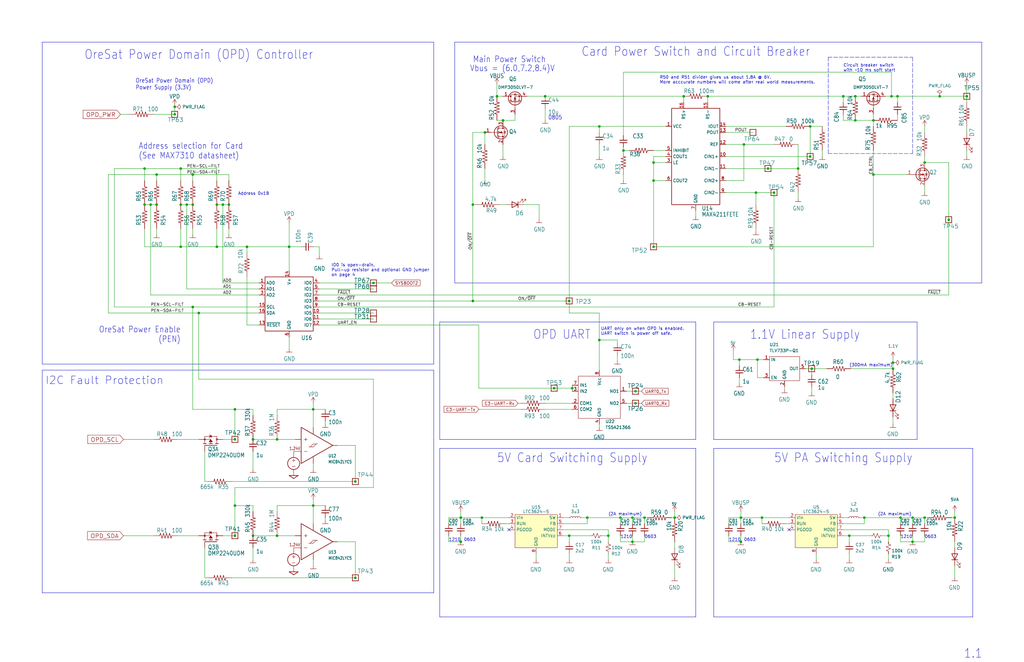
<source format=kicad_sch>
(kicad_sch (version 20230121) (generator eeschema)
  (paper "B")
  (title_block (title "Oresat DxWifi Card") (date "2022-01-30") (rev "1.2"))
  (junction (at 194.31 228.6))
  (junction (at 364.49 218.44))
  (junction (at 326.39 81.28))
  (junction (at 389.89 218.44))
  (junction (at 81.28 73.66))
  (junction (at 318.77 81.28))
  (junction (at 116.84 226.06))
  (junction (at 63.5 86.36))
  (junction (at 368.3 50.8))
  (junction (at 99.06 172.72))
  (junction (at 342.265 155.575))
  (junction (at 256.54 226.06))
  (junction (at 402.59 218.44))
  (junction (at 400.05 92.71))
  (junction (at 311.785 151.765))
  (junction (at 204.47 55.88))
  (junction (at 336.55 71.12))
  (junction (at 81.28 129.54))
  (junction (at 229.87 40.64))
  (junction (at 149.86 203.2))
  (junction (at 60.96 71.12))
  (junction (at 267.97 170.18))
  (junction (at 261.62 218.44))
  (junction (at 203.2 218.44))
  (junction (at 252.73 53.34))
  (junction (at 262.89 63.5))
  (junction (at 275.59 76.2))
  (junction (at 266.7 218.44))
  (junction (at 73.66 48.26))
  (junction (at 157.48 119.38))
  (junction (at 91.44 104.14))
  (junction (at 312.42 218.44))
  (junction (at 368.3 73.66))
  (junction (at 247.65 218.44))
  (junction (at 194.31 218.44))
  (junction (at 378.46 40.64))
  (junction (at 106.68 226.06))
  (junction (at 384.81 228.6))
  (junction (at 66.04 86.36))
  (junction (at 355.6 40.64))
  (junction (at 266.7 228.6))
  (junction (at 360.68 50.8))
  (junction (at 121.92 104.14))
  (junction (at 284.48 218.44))
  (junction (at 99.06 185.42))
  (junction (at 99.06 226.06))
  (junction (at 271.78 218.44))
  (junction (at 76.2 86.36))
  (junction (at 104.14 104.14))
  (junction (at 233.68 163.83))
  (junction (at 319.405 151.765))
  (junction (at 241.3 163.83))
  (junction (at 199.39 86.36))
  (junction (at 73.66 45.085))
  (junction (at 321.31 218.44))
  (junction (at 76.2 71.12))
  (junction (at 358.14 226.06))
  (junction (at 407.67 40.64))
  (junction (at 376.555 153.035))
  (junction (at 389.89 68.58))
  (junction (at 298.45 40.64))
  (junction (at 341.63 66.04))
  (junction (at 252.73 143.51))
  (junction (at 96.52 86.36))
  (junction (at 93.98 86.36))
  (junction (at 288.29 40.64))
  (junction (at 376.555 155.575))
  (junction (at 83.82 132.08))
  (junction (at 132.08 172.72))
  (junction (at 275.59 68.58))
  (junction (at 78.74 86.36))
  (junction (at 396.24 40.64))
  (junction (at 60.96 86.36))
  (junction (at 360.68 40.64))
  (junction (at 240.03 226.06))
  (junction (at 81.28 86.36))
  (junction (at 323.85 71.12))
  (junction (at 149.86 243.84))
  (junction (at 132.08 213.36))
  (junction (at 240.03 127))
  (junction (at 116.84 185.42))
  (junction (at 375.92 40.64))
  (junction (at 341.63 53.34))
  (junction (at 374.65 226.06))
  (junction (at 76.2 104.14))
  (junction (at 66.04 73.66))
  (junction (at 312.42 228.6))
  (junction (at 313.69 60.96))
  (junction (at 275.59 104.14))
  (junction (at 106.68 185.42))
  (junction (at 199.39 127))
  (junction (at 209.55 40.64))
  (junction (at 212.09 50.8))
  (junction (at 99.06 213.36))
  (junction (at 267.97 165.1))
  (junction (at 384.81 218.44))
  (junction (at 379.73 218.44))
  (junction (at 91.44 86.36))
  (no_connect (at 332.74 223.52))
  (no_connect (at 214.63 223.52))
  (wire (pts (xy 307.34 218.44) (xy 312.42 218.44)))
  (wire (pts (xy 306.07 76.2) (xy 313.69 76.2)))
  (wire (pts (xy 376.555 153.035) (xy 376.555 155.575)))
  (wire (pts (xy 240.03 226.06) (xy 237.49 226.06)))
  (wire (pts (xy 237.49 218.44) (xy 240.03 218.44)))
  (wire (pts (xy 132.08 195.58) (xy 132.08 198.12)))
  (wire (pts (xy 375.92 30.48) (xy 375.92 40.64)))
  (wire (pts (xy 157.48 119.38) (xy 165.1 119.38)))
  (wire (pts (xy 91.44 76.2) (xy 91.44 71.12)))
  (wire (pts (xy 96.52 73.66) (xy 96.52 76.2)))
  (wire (pts (xy 66.04 96.52) (xy 66.04 99.06)))
  (wire (pts (xy 378.46 40.64) (xy 378.46 43.18)))
  (wire (pts (xy 116.84 185.42) (xy 106.68 185.42)))
  (wire (pts (xy 375.92 40.64) (xy 378.46 40.64)))
  (wire (pts (xy 60.96 104.14) (xy 60.96 96.52)))
  (wire (pts (xy 229.87 172.72) (xy 241.3 172.72)))
  (wire (pts (xy 86.36 243.84) (xy 86.36 231.14)))
  (wire (pts (xy 342.265 155.575) (xy 342.265 158.115)))
  (wire (pts (xy 63.5 86.36) (xy 60.96 86.36)))
  (wire (pts (xy 240.03 226.06) (xy 248.92 226.06)))
  (wire (pts (xy 132.08 220.98) (xy 132.08 213.36)))
  (wire (pts (xy 48.26 71.12) (xy 60.96 71.12)))
  (wire (pts (xy 402.59 228.6) (xy 402.59 231.14)))
  (wire (pts (xy 358.14 226.06) (xy 358.14 228.6)))
  (wire (pts (xy 60.96 71.12) (xy 76.2 71.12)))
  (wire (pts (xy 336.55 71.12) (xy 336.55 60.96)))
  (wire (pts (xy 99.06 172.72) (xy 99.06 185.42)))
  (wire (pts (xy 384.81 218.44) (xy 389.89 218.44)))
  (wire (pts (xy 275.59 66.04) (xy 275.59 68.58)))
  (wire (pts (xy 389.89 218.44) (xy 391.16 218.44)))
  (wire (pts (xy 368.3 50.8) (xy 368.3 48.26)))
  (wire (pts (xy 99.06 213.36) (xy 99.06 205.74)))
  (wire (pts (xy 106.68 231.14) (xy 106.68 236.22)))
  (wire (pts (xy 298.45 43.18) (xy 298.45 40.64)))
  (wire (pts (xy 132.08 213.36) (xy 132.08 210.82)))
  (polyline (pts (xy 293.37 135.89) (xy 293.37 185.42)))
  (wire (pts (xy 134.62 134.62) (xy 157.48 134.62)))
  (wire (pts (xy 132.08 172.72) (xy 132.08 170.18)))
  (polyline (pts (xy 191.77 119.38) (xy 191.77 17.78)))
  (wire (pts (xy 275.59 68.58) (xy 280.67 68.58)))
  (wire (pts (xy 189.23 226.06) (xy 189.23 228.6)))
  (polyline (pts (xy 185.42 260.35) (xy 185.42 189.23)))
  (wire (pts (xy 247.65 218.44) (xy 247.65 220.98)))
  (wire (pts (xy 78.74 86.36) (xy 76.2 86.36)))
  (wire (pts (xy 252.73 60.96) (xy 252.73 66.04)))
  (wire (pts (xy 204.47 55.88) (xy 199.39 55.88)))
  (wire (pts (xy 252.73 132.08) (xy 252.73 143.51)))
  (wire (pts (xy 132.08 104.14) (xy 134.62 104.14)))
  (polyline (pts (xy 386.715 135.89) (xy 300.99 135.89)))
  (wire (pts (xy 382.27 73.66) (xy 368.3 73.66)))
  (wire (pts (xy 368.3 104.14) (xy 275.59 104.14)))
  (wire (pts (xy 194.31 218.44) (xy 203.2 218.44)))
  (wire (pts (xy 60.96 76.2) (xy 60.96 71.12)))
  (wire (pts (xy 227.33 86.36) (xy 227.33 92.71)))
  (wire (pts (xy 342.265 155.575) (xy 348.615 155.575)))
  (wire (pts (xy 189.23 218.44) (xy 189.23 220.98)))
  (wire (pts (xy 262.89 63.5) (xy 265.43 63.5)))
  (wire (pts (xy 311.785 151.765) (xy 311.785 154.305)))
  (wire (pts (xy 93.98 86.36) (xy 91.44 86.36)))
  (wire (pts (xy 96.52 86.36) (xy 93.98 86.36)))
  (wire (pts (xy 194.31 215.9) (xy 194.31 218.44)))
  (polyline (pts (xy 386.715 185.42) (xy 386.715 135.89)))
  (wire (pts (xy 116.84 175.26) (xy 116.84 172.72)))
  (wire (pts (xy 116.84 215.9) (xy 116.84 213.36)))
  (wire (pts (xy 218.44 170.18) (xy 219.71 170.18)))
  (wire (pts (xy 373.38 40.64) (xy 375.92 40.64)))
  (wire (pts (xy 81.28 129.54) (xy 109.22 129.54)))
  (wire (pts (xy 326.39 81.28) (xy 318.77 81.28)))
  (wire (pts (xy 240.03 127) (xy 240.03 132.08)))
  (wire (pts (xy 256.54 226.06) (xy 256.54 228.6)))
  (wire (pts (xy 104.14 137.16) (xy 109.22 137.16)))
  (wire (pts (xy 379.73 226.06) (xy 379.73 228.6)))
  (wire (pts (xy 400.05 92.71) (xy 400.05 124.46)))
  (wire (pts (xy 124.46 226.06) (xy 116.84 226.06)))
  (wire (pts (xy 355.6 223.52) (xy 374.65 223.52)))
  (wire (pts (xy 384.81 226.06) (xy 384.81 228.6)))
  (wire (pts (xy 376.555 151.13) (xy 376.555 153.035)))
  (wire (pts (xy 229.87 40.64) (xy 288.29 40.64)))
  (wire (pts (xy 106.68 215.9) (xy 106.68 213.36)))
  (wire (pts (xy 66.04 86.36) (xy 63.5 86.36)))
  (wire (pts (xy 379.73 218.44) (xy 384.81 218.44)))
  (wire (pts (xy 378.46 48.26) (xy 378.46 50.8)))
  (wire (pts (xy 307.34 228.6) (xy 312.42 228.6)))
  (wire (pts (xy 64.77 185.42) (xy 52.07 185.42)))
  (wire (pts (xy 355.6 40.64) (xy 360.68 40.64)))
  (wire (pts (xy 203.2 218.44) (xy 203.2 220.98)))
  (wire (pts (xy 260.35 144.78) (xy 260.35 143.51)))
  (wire (pts (xy 209.55 35.56) (xy 209.55 40.64)))
  (wire (pts (xy 275.59 63.5) (xy 280.67 63.5)))
  (wire (pts (xy 318.77 96.52) (xy 318.77 97.79)))
  (wire (pts (xy 54.61 48.26) (xy 50.8 48.26)))
  (wire (pts (xy 355.6 220.98) (xy 364.49 220.98)))
  (wire (pts (xy 271.78 218.44) (xy 273.05 218.44)))
  (polyline (pts (xy 293.37 260.35) (xy 185.42 260.35)))
  (wire (pts (xy 99.06 185.42) (xy 93.98 185.42)))
  (wire (pts (xy 379.73 228.6) (xy 384.81 228.6)))
  (wire (pts (xy 275.59 76.2) (xy 280.67 76.2)))
  (wire (pts (xy 262.89 30.48) (xy 262.89 57.15)))
  (wire (pts (xy 240.03 132.08) (xy 252.73 132.08)))
  (wire (pts (xy 355.6 40.64) (xy 355.6 43.18)))
  (wire (pts (xy 99.06 226.06) (xy 93.98 226.06)))
  (wire (pts (xy 313.69 76.2) (xy 313.69 60.96)))
  (wire (pts (xy 157.48 160.02) (xy 83.82 160.02)))
  (polyline (pts (xy 185.42 189.23) (xy 293.37 189.23)))
  (wire (pts (xy 358.14 226.06) (xy 367.03 226.06)))
  (wire (pts (xy 106.68 190.5) (xy 106.68 198.12)))
  (wire (pts (xy 99.06 172.72) (xy 81.28 172.72)))
  (wire (pts (xy 256.54 233.68) (xy 256.54 236.22)))
  (wire (pts (xy 321.945 159.385) (xy 319.405 159.385)))
  (wire (pts (xy 378.46 40.64) (xy 396.24 40.64)))
  (polyline (pts (xy 293.37 185.42) (xy 185.42 185.42)))
  (wire (pts (xy 407.67 40.64) (xy 407.67 43.18)))
  (wire (pts (xy 384.81 218.44) (xy 384.81 220.98)))
  (wire (pts (xy 311.785 151.765) (xy 309.245 151.765)))
  (wire (pts (xy 384.81 228.6) (xy 389.89 228.6)))
  (wire (pts (xy 199.39 86.36) (xy 199.39 127)))
  (wire (pts (xy 407.67 35.56) (xy 407.67 40.64)))
  (wire (pts (xy 389.89 226.06) (xy 389.89 228.6)))
  (wire (pts (xy 121.92 114.3) (xy 121.92 104.14)))
  (wire (pts (xy 134.62 121.92) (xy 157.48 121.92)))
  (wire (pts (xy 149.86 243.84) (xy 97.79 243.84)))
  (wire (pts (xy 76.2 71.12) (xy 91.44 71.12)))
  (wire (pts (xy 262.89 62.23) (xy 262.89 63.5)))
  (wire (pts (xy 83.82 132.08) (xy 45.72 132.08)))
  (wire (pts (xy 374.65 223.52) (xy 374.65 226.06)))
  (wire (pts (xy 203.2 218.44) (xy 214.63 218.44)))
  (polyline (pts (xy 384.81 64.77) (xy 384.81 24.13)) (stroke (width 0) (type dash)))
  (wire (pts (xy 76.2 76.2) (xy 76.2 71.12)))
  (wire (pts (xy 247.65 218.44) (xy 261.62 218.44)))
  (wire (pts (xy 149.86 203.2) (xy 97.79 203.2)))
  (wire (pts (xy 267.97 170.18) (xy 270.51 170.18)))
  (wire (pts (xy 307.34 226.06) (xy 307.34 228.6)))
  (wire (pts (xy 81.28 86.36) (xy 78.74 86.36)))
  (wire (pts (xy 389.89 53.34) (xy 389.89 55.88)))
  (wire (pts (xy 407.67 53.34) (xy 407.67 55.88)))
  (wire (pts (xy 132.08 238.76) (xy 132.08 236.22)))
  (wire (pts (xy 342.265 163.195) (xy 342.265 165.735)))
  (wire (pts (xy 323.85 71.12) (xy 336.55 71.12)))
  (wire (pts (xy 132.08 213.36) (xy 116.84 213.36)))
  (wire (pts (xy 360.68 50.8) (xy 368.3 50.8)))
  (wire (pts (xy 199.39 55.88) (xy 199.39 86.36)))
  (wire (pts (xy 63.5 124.46) (xy 63.5 86.36)))
  (wire (pts (xy 189.23 228.6) (xy 194.31 228.6)))
  (wire (pts (xy 309.245 147.955) (xy 309.245 151.765)))
  (wire (pts (xy 93.98 119.38) (xy 93.98 86.36)))
  (polyline (pts (xy 182.88 17.78) (xy 182.88 153.67)))
  (wire (pts (xy 81.28 76.2) (xy 81.28 73.66)))
  (wire (pts (xy 261.62 228.6) (xy 266.7 228.6)))
  (wire (pts (xy 76.2 104.14) (xy 91.44 104.14)))
  (polyline (pts (xy 300.99 135.89) (xy 300.99 149.86)))
  (wire (pts (xy 262.89 30.48) (xy 375.92 30.48)))
  (wire (pts (xy 407.67 63.5) (xy 407.67 66.04)))
  (wire (pts (xy 132.08 180.34) (xy 132.08 172.72)))
  (wire (pts (xy 60.96 104.14) (xy 76.2 104.14)))
  (polyline (pts (xy 185.42 135.89) (xy 293.37 135.89)))
  (polyline (pts (xy 17.78 156.21) (xy 182.88 156.21)))
  (wire (pts (xy 201.93 137.16) (xy 201.93 163.83)))
  (wire (pts (xy 252.73 55.88) (xy 252.73 53.34)))
  (wire (pts (xy 339.725 155.575) (xy 342.265 155.575)))
  (wire (pts (xy 83.82 132.08) (xy 109.22 132.08)))
  (wire (pts (xy 209.55 40.64) (xy 212.09 40.64)))
  (wire (pts (xy 288.29 40.64) (xy 288.29 43.18)))
  (wire (pts (xy 104.14 106.68) (xy 104.14 104.14)))
  (wire (pts (xy 284.48 215.9) (xy 284.48 218.44)))
  (polyline (pts (xy 185.42 185.42) (xy 185.42 135.89)))
  (wire (pts (xy 311.785 159.385) (xy 311.785 161.925)))
  (wire (pts (xy 212.09 60.96) (xy 212.09 66.04)))
  (wire (pts (xy 132.08 172.72) (xy 116.84 172.72)))
  (wire (pts (xy 346.71 63.5) (xy 346.71 66.04)))
  (wire (pts (xy 83.82 226.06) (xy 74.93 226.06)))
  (wire (pts (xy 106.68 213.36) (xy 99.06 213.36)))
  (wire (pts (xy 241.3 163.83) (xy 241.3 165.1)))
  (wire (pts (xy 204.47 71.12) (xy 204.47 76.2)))
  (wire (pts (xy 149.86 187.96) (xy 149.86 203.2)))
  (wire (pts (xy 298.45 40.64) (xy 355.6 40.64)))
  (wire (pts (xy 389.89 66.04) (xy 389.89 68.58)))
  (polyline (pts (xy 349.25 64.77) (xy 384.81 64.77)) (stroke (width 0) (type dash)))
  (wire (pts (xy 81.28 172.72) (xy 81.28 129.54)))
  (wire (pts (xy 201.93 172.72) (xy 219.71 172.72)))
  (wire (pts (xy 134.62 137.16) (xy 201.93 137.16)))
  (wire (pts (xy 402.59 215.9) (xy 402.59 218.44)))
  (wire (pts (xy 264.16 165.1) (xy 267.97 165.1)))
  (wire (pts (xy 341.63 53.34) (xy 346.71 53.34)))
  (wire (pts (xy 355.6 218.44) (xy 357.505 218.44)))
  (wire (pts (xy 81.28 73.66) (xy 96.52 73.66)))
  (wire (pts (xy 200.66 86.36) (xy 199.39 86.36)))
  (wire (pts (xy 48.26 129.54) (xy 48.26 71.12)))
  (wire (pts (xy 134.62 127) (xy 199.39 127)))
  (wire (pts (xy 91.44 104.14) (xy 104.14 104.14)))
  (wire (pts (xy 194.31 218.44) (xy 189.23 218.44)))
  (wire (pts (xy 245.11 218.44) (xy 247.65 218.44)))
  (wire (pts (xy 240.03 127) (xy 240.03 53.34)))
  (wire (pts (xy 358.775 155.575) (xy 376.555 155.575)))
  (wire (pts (xy 204.47 55.88) (xy 204.47 60.96)))
  (wire (pts (xy 121.92 142.24) (xy 121.92 147.32)))
  (wire (pts (xy 374.65 233.68) (xy 374.65 236.22)))
  (polyline (pts (xy 182.88 250.19) (xy 17.78 250.19)))
  (polyline (pts (xy 410.21 189.23) (xy 410.21 260.35)))
  (wire (pts (xy 96.52 96.52) (xy 96.52 99.06)))
  (polyline (pts (xy 17.78 153.67) (xy 17.78 17.78)))
  (wire (pts (xy 240.03 233.68) (xy 240.03 236.22)))
  (wire (pts (xy 48.26 129.54) (xy 81.28 129.54)))
  (wire (pts (xy 271.78 226.06) (xy 271.78 228.6)))
  (wire (pts (xy 134.62 132.08) (xy 157.48 132.08)))
  (wire (pts (xy 261.62 218.44) (xy 266.7 218.44)))
  (wire (pts (xy 306.07 60.96) (xy 313.69 60.96)))
  (wire (pts (xy 132.08 213.36) (xy 137.16 213.36)))
  (polyline (pts (xy 17.78 156.21) (xy 17.78 250.19)))
  (wire (pts (xy 212.09 50.8) (xy 217.17 50.8)))
  (wire (pts (xy 76.2 104.14) (xy 76.2 96.52)))
  (wire (pts (xy 73.66 45.085) (xy 73.66 44.45)))
  (wire (pts (xy 401.32 218.44) (xy 402.59 218.44)))
  (wire (pts (xy 402.59 238.76) (xy 402.59 243.84)))
  (wire (pts (xy 266.7 226.06) (xy 266.7 228.6)))
  (polyline (pts (xy 17.78 17.78) (xy 182.88 17.78)))
  (wire (pts (xy 229.87 170.18) (xy 241.3 170.18)))
  (wire (pts (xy 284.48 228.6) (xy 284.48 231.14)))
  (wire (pts (xy 210.82 86.36) (xy 213.36 86.36)))
  (wire (pts (xy 233.68 163.83) (xy 201.93 163.83)))
  (wire (pts (xy 271.78 218.44) (xy 271.78 220.98)))
  (wire (pts (xy 226.06 233.68) (xy 226.06 236.22)))
  (wire (pts (xy 321.945 151.765) (xy 319.405 151.765)))
  (wire (pts (xy 261.62 226.06) (xy 261.62 228.6)))
  (wire (pts (xy 252.73 143.51) (xy 252.73 156.21)))
  (wire (pts (xy 312.42 218.44) (xy 321.31 218.44)))
  (wire (pts (xy 355.6 50.8) (xy 360.68 50.8)))
  (wire (pts (xy 194.31 226.06) (xy 194.31 228.6)))
  (wire (pts (xy 254 226.06) (xy 256.54 226.06)))
  (wire (pts (xy 66.04 76.2) (xy 66.04 73.66)))
  (wire (pts (xy 99.06 213.36) (xy 99.06 226.06)))
  (wire (pts (xy 389.89 78.74) (xy 389.89 81.28)))
  (wire (pts (xy 319.405 159.385) (xy 319.405 151.765)))
  (wire (pts (xy 213.36 220.98) (xy 214.63 220.98)))
  (wire (pts (xy 83.82 160.02) (xy 83.82 132.08)))
  (wire (pts (xy 106.68 175.26) (xy 106.68 172.72)))
  (polyline (pts (xy 182.88 156.21) (xy 182.88 250.19)))
  (polyline (pts (xy 414.02 119.38) (xy 191.77 119.38)))
  (wire (pts (xy 137.16 218.44) (xy 137.16 219.71)))
  (wire (pts (xy 134.62 119.38) (xy 157.48 119.38)))
  (wire (pts (xy 389.89 68.58) (xy 400.05 68.58)))
  (wire (pts (xy 91.44 104.14) (xy 91.44 96.52)))
  (polyline (pts (xy 300.99 185.42) (xy 386.715 185.42)))
  (wire (pts (xy 355.6 226.06) (xy 358.14 226.06)))
  (wire (pts (xy 372.11 226.06) (xy 374.65 226.06)))
  (wire (pts (xy 318.77 86.36) (xy 318.77 81.28)))
  (wire (pts (xy 237.49 220.98) (xy 247.65 220.98)))
  (wire (pts (xy 134.62 104.14) (xy 134.62 107.95)))
  (wire (pts (xy 116.84 226.06) (xy 106.68 226.06)))
  (wire (pts (xy 364.49 218.44) (xy 379.73 218.44)))
  (wire (pts (xy 142.24 187.96) (xy 149.86 187.96)))
  (polyline (pts (xy 300.99 149.86) (xy 300.99 185.42)))
  (wire (pts (xy 376.555 175.895) (xy 376.555 179.07)))
  (wire (pts (xy 275.59 68.58) (xy 275.59 76.2)))
  (wire (pts (xy 87.63 203.2) (xy 86.36 203.2)))
  (wire (pts (xy 199.39 127) (xy 240.03 127)))
  (wire (pts (xy 78.74 121.92) (xy 109.22 121.92)))
  (wire (pts (xy 64.77 226.06) (xy 52.07 226.06)))
  (wire (pts (xy 106.68 172.72) (xy 99.06 172.72)))
  (wire (pts (xy 142.24 228.6) (xy 149.86 228.6)))
  (wire (pts (xy 326.39 129.54) (xy 326.39 81.28)))
  (wire (pts (xy 360.68 40.64) (xy 363.22 40.64)))
  (wire (pts (xy 306.07 81.28) (xy 318.77 81.28)))
  (polyline (pts (xy 191.77 17.78) (xy 414.02 17.78)))
  (wire (pts (xy 368.3 63.5) (xy 368.3 73.66)))
  (wire (pts (xy 362.585 218.44) (xy 364.49 218.44)))
  (wire (pts (xy 321.31 218.44) (xy 332.74 218.44)))
  (wire (pts (xy 341.63 66.04) (xy 341.63 53.34)))
  (polyline (pts (xy 414.02 17.78) (xy 414.02 119.38)))
  (wire (pts (xy 240.03 53.34) (xy 252.73 53.34)))
  (polyline (pts (xy 300.99 189.23) (xy 410.21 189.23)))
  (wire (pts (xy 283.21 218.44) (xy 284.48 218.44)))
  (wire (pts (xy 330.835 163.195) (xy 330.835 164.465)))
  (wire (pts (xy 336.55 81.28) (xy 336.55 83.82)))
  (wire (pts (xy 93.98 119.38) (xy 109.22 119.38)))
  (wire (pts (xy 252.73 53.34) (xy 280.67 53.34)))
  (wire (pts (xy 266.7 218.44) (xy 266.7 220.98)))
  (wire (pts (xy 63.5 124.46) (xy 109.22 124.46)))
  (wire (pts (xy 396.24 40.64) (xy 407.67 40.64)))
  (wire (pts (xy 368.3 73.66) (xy 368.3 104.14)))
  (wire (pts (xy 306.07 53.34) (xy 331.47 53.34)))
  (wire (pts (xy 307.34 220.98) (xy 307.34 218.44)))
  (wire (pts (xy 293.37 91.44) (xy 293.37 88.9)))
  (wire (pts (xy 306.07 55.88) (xy 317.5 55.88)))
  (wire (pts (xy 237.49 223.52) (xy 256.54 223.52)))
  (wire (pts (xy 240.03 226.06) (xy 240.03 228.6)))
  (wire (pts (xy 104.14 116.84) (xy 104.14 137.16)))
  (wire (pts (xy 220.98 86.36) (xy 227.33 86.36)))
  (wire (pts (xy 368.3 50.8) (xy 368.3 53.34)))
  (wire (pts (xy 379.73 218.44) (xy 379.73 220.98)))
  (wire (pts (xy 64.77 48.26) (xy 73.66 48.26)))
  (wire (pts (xy 312.42 215.9) (xy 312.42 218.44)))
  (wire (pts (xy 86.36 203.2) (xy 86.36 190.5)))
  (wire (pts (xy 252.73 179.07) (xy 252.73 180.34)))
  (wire (pts (xy 261.62 218.44) (xy 261.62 220.98)))
  (polyline (pts (xy 293.37 189.23) (xy 293.37 260.35)))
  (wire (pts (xy 306.07 66.04) (xy 341.63 66.04)))
  (wire (pts (xy 229.87 45.72) (xy 229.87 50.8)))
  (wire (pts (xy 157.48 205.74) (xy 157.48 160.02)))
  (wire (pts (xy 267.97 165.1) (xy 270.51 165.1)))
  (wire (pts (xy 45.72 132.08) (xy 45.72 73.66)))
  (wire (pts (xy 264.16 170.18) (xy 267.97 170.18)))
  (wire (pts (xy 134.62 129.54) (xy 326.39 129.54)))
  (wire (pts (xy 87.63 243.84) (xy 86.36 243.84)))
  (wire (pts (xy 313.69 60.96) (xy 326.39 60.96)))
  (wire (pts (xy 389.89 218.44) (xy 389.89 220.98)))
  (wire (pts (xy 331.47 220.98) (xy 332.74 220.98)))
  (wire (pts (xy 222.25 40.64) (xy 229.87 40.64)))
  (wire (pts (xy 374.65 226.06) (xy 374.65 228.6)))
  (wire (pts (xy 321.31 218.44) (xy 321.31 220.98)))
  (wire (pts (xy 241.3 163.83) (xy 233.68 163.83)))
  (wire (pts (xy 275.59 76.2) (xy 275.59 104.14)))
  (wire (pts (xy 121.92 104.14) (xy 127 104.14)))
  (wire (pts (xy 99.06 205.74) (xy 157.48 205.74)))
  (wire (pts (xy 260.35 149.86) (xy 260.35 152.4)))
  (wire (pts (xy 260.35 143.51) (xy 252.73 143.51)))
  (polyline (pts (xy 300.99 260.35) (xy 300.99 189.23)))
  (wire (pts (xy 266.7 228.6) (xy 271.78 228.6)))
  (wire (pts (xy 73.66 48.26) (xy 73.66 45.085)))
  (wire (pts (xy 256.54 223.52) (xy 256.54 226.06)))
  (wire (pts (xy 284.48 238.76) (xy 284.48 243.84)))
  (wire (pts (xy 66.04 73.66) (xy 81.28 73.66)))
  (wire (pts (xy 376.555 165.735) (xy 376.555 168.275)))
  (wire (pts (xy 358.14 233.68) (xy 358.14 236.22)))
  (wire (pts (xy 241.3 162.56) (xy 241.3 163.83)))
  (wire (pts (xy 364.49 218.44) (xy 364.49 220.98)))
  (polyline (pts (xy 182.88 153.67) (xy 17.78 153.67)))
  (wire (pts (xy 194.31 218.44) (xy 194.31 220.98)))
  (wire (pts (xy 312.42 226.06) (xy 312.42 228.6)))
  (wire (pts (xy 355.6 48.26) (xy 355.6 50.8)))
  (wire (pts (xy 319.405 151.765) (xy 311.785 151.765)))
  (wire (pts (xy 209.55 50.8) (xy 212.09 50.8)))
  (polyline (pts (xy 410.21 260.35) (xy 300.99 260.35)))
  (wire (pts (xy 45.72 73.66) (xy 66.04 73.66)))
  (wire (pts (xy 275.59 66.04) (xy 280.67 66.04)))
  (wire (pts (xy 134.62 124.46) (xy 400.05 124.46)))
  (wire (pts (xy 137.16 177.8) (xy 137.16 179.07)))
  (polyline (pts (xy 349.25 24.13) (xy 349.25 64.77)) (stroke (width 0) (type dash)))
  (polyline (pts (xy 349.25 24.13) (xy 384.81 24.13)) (stroke (width 0) (type dash)))
  (wire (pts (xy 306.07 71.12) (xy 323.85 71.12)))
  (wire (pts (xy 104.14 104.14) (xy 121.92 104.14)))
  (wire (pts (xy 149.86 228.6) (xy 149.86 243.84)))
  (wire (pts (xy 78.74 121.92) (xy 78.74 86.36)))
  (wire (pts (xy 344.17 233.68) (xy 344.17 236.22)))
  (wire (pts (xy 83.82 185.42) (xy 74.93 185.42)))
  (wire (pts (xy 217.17 50.8) (xy 217.17 48.26)))
  (wire (pts (xy 121.92 104.14) (xy 121.92 93.98)))
  (wire (pts (xy 124.46 185.42) (xy 116.84 185.42)))
  (wire (pts (xy 262.89 76.2) (xy 262.89 73.66)))
  (wire (pts (xy 81.28 96.52) (xy 81.28 99.06)))
  (wire (pts (xy 400.05 68.58) (xy 400.05 92.71)))
  (wire (pts (xy 312.42 220.98) (xy 312.42 218.44)))
  (wire (pts (xy 132.08 172.72) (xy 137.16 172.72)))
  (wire (pts (xy 266.7 218.44) (xy 271.78 218.44)))
  (text "1.1V Linear Supply" (at 316.23 143.51 0) (effects (font (size 3.81 3.2385)) (justify left bottom)))
  (text "(300mA maximum)" (at 358.14 154.94 0) (effects (font (size 1.27 1.27)) (justify left bottom)))
  (text "(2A maximum)" (at 256.54 217.805 0) (effects (font (size 1.27 1.27)) (justify left bottom)))
  (text "1210\n" (at 307.34 228.6 0) (effects (font (size 1.27 1.27)) (justify left bottom)))
  (text "Circuit breaker switch\nwith ~10 ms soft start" (at 355.6 30.48 0) (effects (font (size 1.27 1.27)) (justify left bottom)))
  (text "Address 0x1B" (at 100.33 82.55 0) (effects (font (size 1.27 1.27)) (justify left bottom)))
  (text "1210\n" (at 189.23 228.6 0) (effects (font (size 1.27 1.27)) (justify left bottom)))
  (text "R50 and R51 divider gives us about 1.8A @ 6V.\nMore acccurate numbers will come after real world measurements." (at 278.13 35.56 0) (effects (font (size 1.27 1.27)) (justify left bottom)))
  (text "I2C Fault Protection\n" (at 19.05 162.56 0) (effects (font (size 3.2385 3.2385)) (justify left bottom)))
  (text "0603\n" (at 389.89 227.33 0) (effects (font (size 1.27 1.27)) (justify left bottom)))
  (text "5V PA Switching Supply" (at 326.39 195.58 0) (effects (font (size 3.81 3.2385)) (justify left bottom)))
  (text "0603\n" (at 195.58 228.6 0) (effects (font (size 1.27 1.27)) (justify left bottom)))
  (text "OPD UART\n" (at 224.79 143.51 0) (effects (font (size 3.81 3.2385)) (justify left bottom)))
  (text "0603\n" (at 313.69 228.6 0) (effects (font (size 1.27 1.27)) (justify left bottom)))
  (text "UART only on when OPD is enabled.  \nUART switch is power off safe." (at 253.365 141.605 0) (effects (font (size 1.27 1.27)) (justify left bottom)))
  (text "1210\n" (at 261.62 227.33 0) (effects (font (size 1.27 1.27)) (justify left bottom)))
  (text "0805" (at 231.14 50.8 0) (effects (font (size 1.778 1.5113)) (justify left bottom)))
  (text "1.1" (at 406.4 278.13 0) (effects (font (size 3.81 3.2385)) (justify left bottom)))
  (text "OreSat Power Enable\n(PEN)" (at 76.2 144.78 0) (effects (font (size 2.54 2.159)) (justify right bottom)))
  (text "Card Power Switch and Circuit Breaker" (at 245.11 24.13 0) (effects (font (size 3.81 3.2385)) (justify left bottom)))
  (text "(2A maximum)" (at 370.205 217.805 0) (effects (font (size 1.27 1.27)) (justify left bottom)))
  (text "0603\n" (at 271.78 227.33 0) (effects (font (size 1.27 1.27)) (justify left bottom)))
  (text "Address selection for Card\n(See MAX7310 datasheet)" (at 58.42 67.31 0) (effects (font (size 2.54 2.159)) (justify left bottom)))
  (text "OreSat Power Domain (OPD)\nPower Supply (3.3V)" (at 57.15 38.1 0) (effects (font (size 1.778 1.5113)) (justify left bottom)))
  (text "IO0 is open-drain.\nPull-up resistor and optional GND jumper \non page 4" (at 139.7 116.84 0) (effects (font (size 1.27 1.27)) (justify left bottom)))
  (text "Vbus = (6.0,7.2,8.4)V" (at 198.12 30.48 0) (effects (font (size 2.54 2.159)) (justify left bottom)))
  (text "OreSat Power Domain (OPD) Controller" (at 35.56 25.4 0) (effects (font (size 3.81 3.2385)) (justify left bottom)))
  (text "5V Card Switching Supply" (at 209.55 195.58 0) (effects (font (size 3.81 3.2385)) (justify left bottom)))
  (text "Main Power Switch" (at 199.39 26.67 0) (effects (font (size 2.54 2.159)) (justify left bottom)))
  (text "1210\n" (at 379.73 227.33 0) (effects (font (size 1.27 1.27)) (justify left bottom)))
  (label "ON/~{OFF}" (at 142.24 127 0) (effects (font (size 1.2446 1.2446))))
  (label "ON/~{OFF}" (at 218.44 127 0) (effects (font (size 1.2446 1.2446))))
  (label "CB_CTRL" (at 368.3 73.66 90) (effects (font (size 1.2446 1.2446))))
  (label "UART_EN" (at 142.24 137.16 0))
  (label "POUT" (at 309.88 55.88 0))
  (label "ON/~{OFF}" (at 199.39 105.41 90) (effects (font (size 1.2446 1.2446))))
  (label "AD2" (at 93.98 124.46 0) (effects (font (size 1.2446 1.2446))))
  (label "~{FAULT}" (at 391.16 124.46 0) (effects (font (size 1.2446 1.2446))))
  (label "AD1" (at 93.98 121.92 0) (effects (font (size 1.2446 1.2446))))
  (label "AD0" (at 93.98 119.38 0) (effects (font (size 1.2446 1.2446))))
  (label "~{FAULT}" (at 142.24 124.46 0) (effects (font (size 1.2446 1.2446))))
  (label "PEN-SCL-FILT" (at 63.5 129.54 0) (effects (font (size 1.2446 1.2446))))
  (label "CB-RESET" (at 326.39 105.41 90) (effects (font (size 1.2446 1.2446))))
  (label "CB-RESET" (at 311.15 129.54 0) (effects (font (size 1.2446 1.2446))))
  (label "PEN-SCL-FILT" (at 78.74 71.12 0) (effects (font (size 1.2446 1.2446))))
  (label "PEN-SDA-FILT" (at 63.5 132.08 0) (effects (font (size 1.2446 1.2446))))
  (label "PEN-SDA-FILT" (at 78.74 73.66 0) (effects (font (size 1.2446 1.2446))))
  (label "CB-RESET" (at 142.24 129.54 0) (effects (font (size 1.2446 1.2446))))
  (global_label "SYSBOOT2" (shape input) (at 165.1 119.38 0) (property "Intersheetrefs" "${INTERSHEET_REFS}" (at 177.7009 119.38 0) (effects (justify left))))
  (global_label "UART0_Rx" (shape input) (at 270.51 170.18 0) (property "Intersheetrefs" "${INTERSHEET_REFS}" (at 282.055 170.1006 0) (effects (justify left))))
  (global_label "C3-UART-Tx" (shape input) (at 201.93 172.72 180) (property "Intersheetrefs" "${INTERSHEET_REFS}" (at 187.2402 172.6406 0) (effects (justify right))))
  (global_label "OPD_SCL" (shape input) (at 52.07 185.42 180) (effects (font (size 1.778 1.778))) (property "Intersheetrefs" "${INTERSHEET_REFS}" (at 37.0077 185.3089 0) (effects (font (size 1.778 1.778)) (justify right))))
  (global_label "OPD_SDA" (shape input) (at 52.07 226.06 180) (effects (font (size 1.778 1.778))) (property "Intersheetrefs" "${INTERSHEET_REFS}" (at 36.923 225.9489 0) (effects (font (size 1.778 1.778)) (justify right))))
  (global_label "C3-UART-Rx" (shape input) (at 218.44 170.18 180) (property "Intersheetrefs" "${INTERSHEET_REFS}" (at 203.4479 170.1006 0) (effects (justify right))))
  (global_label "OPD_PWR" (shape input) (at 50.8 48.26 180) (effects (font (size 1.778 1.778))) (property "Intersheetrefs" "${INTERSHEET_REFS}" (at 35.0604 48.1489 0) (effects (font (size 1.778 1.778)) (justify right))))
  (global_label "UART0_Tx" (shape input) (at 270.51 165.1 0) (property "Intersheetrefs" "${INTERSHEET_REFS}" (at 281.7526 165.0206 0) (effects (justify left))))
  (symbol (lib_id "oresat-misc:Test-Point-1mm-round") (at 400.05 92.71 0) (unit 1)
    (property "Reference" "TP45" (at 397.51 96.52 0) (effects (font (size 1.778 1.778)) (justify left bottom)))
    (property "Value" "TEST-POINT" (effects hide))
    (property "Footprint" "oresat-misc:TestPoint_Pad_D1.0mm" (effects hide))
  )
  (symbol (lib_id "oresat-passives:R-US") (at 116.84 180.34 90) (unit 1)
    (property "Reference" "R36" (at 115.57 184.15 0) (effects (font (size 1.778 1.5113)) (justify left bottom)))
    (property "Value" "1M" (at 115.57 177.8 0) (effects (font (size 1.778 1.5113)) (justify left bottom)))
    (property "Footprint" "Resistor_SMD:R_0603_1608Metric" (effects hide))
    (property "Description" "RES SMD 1M OHM 1% 1/10W 0603" (effects hide))
    (property "Distributor" "DigiKey" (effects hide))
    (property "MPN" "ERJ-3EKF1004V" (effects hide))
  )
  (symbol (lib_id "oresat-misc:Test-Point-1mm-round") (at 275.59 104.14 0) (mirror y) (unit 1)
    (property "Reference" "TP52" (at 273.05 106.68 0) (effects (font (size 1.778 1.778)) (justify left bottom)))
    (property "Value" "TEST-POINT" (effects hide))
    (property "Footprint" "oresat-misc:TestPoint_Pad_D1.0mm" (effects hide))
  )
  (symbol (lib_id "Device:C_Small") (at 312.42 223.52 0) (unit 1)
    (property "Reference" "C16" (at 313.055 219.71 0) (effects (justify left)))
    (property "Value" "100n" (at 313.055 220.98 0) (effects (justify left)))
    (property "Footprint" "Resistor_SMD:R_0603_1608Metric" (effects hide))
    (property "MPN" "CL10B104KB8WPNC" (effects hide))
    (property "Description" "0.1 µF ±10% 50V Ceramic Capacitor X7R 0603 (1608 Metric)" (effects hide))
    (property "Distributor" "DigiKey" (effects hide))
  )
  (symbol (lib_id "Device:R_Small_US") (at 369.57 226.06 90) (unit 1)
    (property "Reference" "R14" (at 369.57 231.14 90))
    (property "Value" "100k" (at 369.57 228.6 90))
    (property "Footprint" "Resistor_SMD:R_0603_1608Metric" (effects hide))
  )
  (symbol (lib_id "Device:C_Small") (at 194.31 223.52 0) (unit 1)
    (property "Reference" "C38" (at 194.945 219.71 0) (effects (justify left)))
    (property "Value" "100n" (at 194.945 220.98 0) (effects (justify left)))
    (property "Footprint" "Resistor_SMD:R_0603_1608Metric" (effects hide))
    (property "MPN" "CL10B104KB8WPNC" (effects hide))
    (property "Description" "0.1 µF ±10% 50V Ceramic Capacitor X7R 0603 (1608 Metric)" (effects hide))
    (property "Distributor" "DigiKey" (effects hide))
  )
  (symbol (lib_id "oresat-passives:R-US") (at 209.55 45.72 90) (unit 1)
    (property "Reference" "R52" (at 208.28 50.8 0) (effects (font (size 1.778 1.5113)) (justify left bottom)))
    (property "Value" "10k" (at 208.28 44.45 0) (effects (font (size 1.778 1.5113)) (justify left bottom)))
    (property "Footprint" "Resistor_SMD:R_0603_1608Metric" (effects hide))
    (property "Description" "RES SMD 10K OHM 1% 1/10W 0603" (effects hide))
    (property "Distributor" "DigiKey" (effects hide))
    (property "MPN" "ERJ-3EKF1002V" (effects hide))
  )
  (symbol (lib_id "oresat-misc:Test-Point-1mm-round") (at 240.03 127 90) (unit 1)
    (property "Reference" "TP23" (at 242.57 128.27 90) (effects (font (size 1.778 1.778)) (justify right top)))
    (property "Value" "TEST-POINT" (effects hide))
    (property "Footprint" "oresat-misc:TestPoint_Pad_D1.0mm" (effects hide))
  )
  (symbol (lib_id "oresat-passives:R-US") (at 92.71 243.84 180) (unit 1)
    (property "Reference" "R43" (at 96.52 245.11 0) (effects (font (size 1.778 1.5113)) (justify left bottom)))
    (property "Value" "665k" (at 90.17 245.11 0) (effects (font (size 1.778 1.5113)) (justify left bottom)))
    (property "Footprint" "Resistor_SMD:R_0603_1608Metric" (effects hide))
    (property "Description" "RES SMD 665K OHM 1% 1/10W 0603" (effects hide))
    (property "Distributor" "DigiKey" (effects hide))
    (property "MPN" "ERJ-3EKF6653V" (effects hide))
  )
  (symbol (lib_id "oresat-power:VPD") (at 73.66 44.45 0) (unit 1)
    (property "Reference" "#VPD01" (effects hide))
    (property "Value" "VPD" (at 73.66 41.656 0) (effects (font (size 1.778 1.5113)) (justify bottom)))
    (property "Footprint" "oresat-live-card:" (effects hide))
  )
  (symbol (lib_id "oresat-passives:R-US") (at 69.85 185.42 0) (unit 1)
    (property "Reference" "R48" (at 66.04 184.15 0) (effects (font (size 1.778 1.5113)) (justify left bottom)))
    (property "Value" "100" (at 72.39 184.15 0) (effects (font (size 1.778 1.5113)) (justify left bottom)))
    (property "Footprint" "Resistor_SMD:R_0603_1608Metric" (effects hide))
    (property "Description" "RES SMD 100 OHM 1% 1/10W 0603" (effects hide))
    (property "Distributor" "DigiKey" (effects hide))
    (property "MPN" "ERJ-3EKF1000V" (effects hide))
  )
  (symbol (lib_id "oresat-power:5V") (at 309.245 147.955 0) (unit 1)
    (property "Reference" "#5V03" (effects hide))
    (property "Value" "5V" (at 307.975 145.415 0) (effects (font (size 1.27 1.0795)) (justify left bottom)))
    (property "Footprint" "oresat-live-card:" (effects hide))
  )
  (symbol (lib_id "Device:C_Small") (at 262.89 59.69 0) (mirror x) (unit 1)
    (property "Reference" "C33" (at 266.7 58.42 0) (effects (font (size 1.778 1.5113)) (justify left top)))
    (property "Value" "1u" (at 265.43 60.96 0) (effects (font (size 1.778 1.5113)) (justify left top)))
    (property "Footprint" "Resistor_SMD:R_0603_1608Metric" (effects hide))
    (property "Value" "CL05B104KO5NNNC" (effects hide))
    (property "Description" "1 µF ±20% 25V Ceramic Capacitor X7R 0603 (1608 Metric)" (effects hide))
    (property "Distributor" "DigiKey" (effects hide))
    (property "MPN" "CGA3E1X7R1E105M080AE" (effects hide))
  )
  (symbol (lib_id "oresat-passives:R-US") (at 346.71 58.42 90) (unit 1)
    (property "Reference" "R51" (at 345.2114 63.5 0) (effects (font (size 1.778 1.5113)) (justify left bottom)))
    (property "Value" "20k" (at 345.44 57.15 0) (effects (font (size 1.778 1.5113)) (justify left bottom)))
    (property "Footprint" "Resistor_SMD:R_0603_1608Metric" (effects hide))
    (property "Value" "RC1005F6653CS" (effects hide))
    (property "Description" "RES SMD 4.7K OHM 1% 1/10W 0603" (effects hide))
    (property "Distributor" "DigiKey" (effects hide))
    (property "MPN" "ERJ-3EKF4701V" (effects hide))
  )
  (symbol (lib_id "oresat-power:GND") (at 252.73 66.04 0) (mirror y) (unit 1)
    (property "Reference" "#GND020" (effects hide))
    (property "Value" "GND" (at 255.27 71.12 0) (effects (font (size 1.778 1.5113)) (justify left bottom)))
    (property "Footprint" "oresat-live-card:" (effects hide))
  )
  (symbol (lib_id "oresat-transistors:DMP2240UDM-7") (at 88.9 228.6 90) (unit 2)
    (property "Reference" "Q3" (at 87.63 231.902 90) (effects (font (size 1.778 1.5113)) (justify right top)))
    (property "Value" "DMP2240UDM" (at 87.63 234.442 90) (effects (font (size 1.778 1.5113)) (justify right top)))
    (property "Footprint" "oresat-live-card:SOT23-6" (effects hide))
    (property "Description" "MOSFET 2P-CH 20V 2A SOT-26" (effects hide))
    (property "Distributor" "DigiKey" (effects hide))
    (property "MPN" "DMP2240UDM-7" (effects hide))
  )
  (symbol (lib_id "oresat-power:GND") (at 227.33 92.71 0) (mirror y) (unit 1)
    (property "Reference" "#GND018" (effects hide))
    (property "Value" "GND" (at 229.87 97.79 0) (effects (font (size 1.778 1.5113)) (justify left bottom)))
    (property "Footprint" "oresat-live-card:" (effects hide))
  )
  (symbol (lib_id "Device:Q_NMOS_GSD") (at 209.55 55.88 0) (unit 1)
    (property "Reference" "Q4" (at 214.63 56.515 0) (effects (font (size 1.778 1.5113)) (justify left bottom)))
    (property "Value" "PMV45EN" (at 214.63 59.69 0) (effects (font (size 1.778 1.5113)) (justify left bottom)))
    (property "Footprint" "oresat-live-card:SOT23" (effects hide))
    (property "Value" "PMV45EN2R" (effects hide))
    (property "Description" "MOSFET N-CH 30V 4.1A TO236AB" (effects hide))
    (property "Distributor" "DigiKey" (effects hide))
    (property "MPN" "PMV45EN2R" (effects hide))
  )
  (symbol (lib_id "oresat-passives:R-US") (at 59.69 48.26 0) (unit 1)
    (property "Reference" "R71" (at 55.88 46.99 0) (effects (font (size 1.778 1.5113)) (justify left bottom)))
    (property "Value" "100" (at 62.23 46.99 0) (effects (font (size 1.778 1.5113)) (justify left bottom)))
    (property "Footprint" "Resistor_SMD:R_0603_1608Metric" (effects hide))
    (property "Description" "RES SMD 100 OHM 1% 1/10W 0603" (effects hide))
    (property "Distributor" "DigiKey" (effects hide))
    (property "MPN" "ERJ-3EKF1000V" (effects hide))
  )
  (symbol (lib_id "oresat-misc:Test-Point-1mm-round") (at 267.97 165.1 90) (unit 1)
    (property "Reference" "TP24" (at 267.97 163.83 90) (effects (font (size 1.778 1.778)) (justify top)))
    (property "Value" "TEST-POINT" (effects hide))
    (property "Footprint" "oresat-misc:TestPoint_Pad_D1.0mm" (effects hide))
  )
  (symbol (lib_id "oresat-passives:R-US") (at 60.96 81.28 270) (unit 1)
    (property "Reference" "R65" (at 59.4614 85.09 0) (effects (font (size 1.778 1.5113)) (justify right top)))
    (property "Value" "NP" (at 59.182 80.01 0) (effects (font (size 1.778 1.5113)) (justify right top)))
    (property "Footprint" "Resistor_SMD:R_0603_1608Metric" (effects hide))
    (property "Value" "RC1005F6653CS" (effects hide))
  )
  (symbol (lib_id "oresat-passives:R-US") (at 204.47 66.04 90) (unit 1)
    (property "Reference" "R46" (at 203.2 71.12 0) (effects (font (size 1.778 1.5113)) (justify left bottom)))
    (property "Value" "10k" (at 203.2 64.77 0) (effects (font (size 1.778 1.5113)) (justify left bottom)))
    (property "Footprint" "Resistor_SMD:R_0603_1608Metric" (effects hide))
    (property "Description" "RES SMD 10K OHM 1% 1/10W 0603" (effects hide))
    (property "Distributor" "DigiKey" (effects hide))
    (property "MPN" "ERJ-3EKF1002V" (effects hide))
  )
  (symbol (lib_id "oresat-power:GND") (at 346.71 66.04 0) (mirror y) (unit 1)
    (property "Reference" "#GND027" (effects hide))
    (property "Value" "GND" (at 349.25 71.12 0) (effects (font (size 1.778 1.5113)) (justify left bottom)))
    (property "Footprint" "oresat-live-card:" (effects hide))
  )
  (symbol (lib_id "oresat-passives:R-US") (at 373.38 50.8 180) (unit 1)
    (property "Reference" "R95" (at 378.46 52.07 0) (effects (font (size 1.778 1.5113)) (justify left bottom)))
    (property "Value" "1k" (at 372.11 52.07 0) (effects (font (size 1.778 1.5113)) (justify left bottom)))
    (property "Footprint" "Resistor_SMD:R_0603_1608Metric" (effects hide))
    (property "Description" "RES SMD 10K OHM 1% 1/10W 0603" (effects hide))
    (property "Distributor" "DigiKey" (effects hide))
    (property "MPN" "ERJ-3EKF1002V" (effects hide))
  )
  (symbol (lib_id "oresat-passives:R-US") (at 270.51 63.5 180) (unit 1)
    (property "Reference" "R38" (at 265.43 66.04 0) (effects (font (size 1.778 1.5113)) (justify right top)))
    (property "Value" "10k" (at 271.78 66.04 0) (effects (font (size 1.778 1.5113)) (justify right top)))
    (property "Footprint" "Resistor_SMD:R_0603_1608Metric" (effects hide))
    (property "Value" "RC1005F6653CS" (effects hide))
    (property "Description" "RES SMD 10K OHM 1% 1/10W 0603" (effects hide))
    (property "Distributor" "DigiKey" (effects hide))
    (property "MPN" "ERJ-3EKF1002V" (effects hide))
  )
  (symbol (lib_id "oresat-power:GND") (at 312.42 228.6 0) (unit 1)
    (property "Reference" "#GND024" (effects hide))
    (property "Value" "GND" (at 309.88 233.68 0) (effects (font (size 1.778 1.5113)) (justify left bottom)))
    (property "Footprint" "oresat-live-card:" (effects hide))
  )
  (symbol (lib_id "oresat-passives:R-US") (at 60.96 91.44 270) (unit 1)
    (property "Reference" "R53" (at 59.4614 95.25 0) (effects (font (size 1.778 1.5113)) (justify right top)))
    (property "Value" "NP" (at 59.182 90.17 0) (effects (font (size 1.778 1.5113)) (justify right top)))
    (property "Footprint" "Resistor_SMD:R_0603_1608Metric" (effects hide))
    (property "Value" "RC1005F6653CS" (effects hide))
  )
  (symbol (lib_id "oresat-power:GND") (at 240.03 236.22 0) (unit 1)
    (property "Reference" "#GND017" (effects hide))
    (property "Value" "GND" (at 237.49 241.3 0) (effects (font (size 1.778 1.5113)) (justify left bottom)))
    (property "Footprint" "oresat-live-card:" (effects hide))
  )
  (symbol (lib_id "oresat-power:VBUSP") (at 312.42 215.9 0) (unit 1)
    (property "Reference" "#VBUSP04" (effects hide))
    (property "Value" "VBUSP" (at 312.42 213.106 0) (effects (font (size 1.778 1.5113)) (justify bottom)))
    (property "Footprint" "oresat-live-card:" (effects hide))
  )
  (symbol (lib_id "oresat-power:VBUSP") (at 194.31 215.9 0) (unit 1)
    (property "Reference" "#VBUSP01" (effects hide))
    (property "Value" "VBUSP" (at 194.31 213.106 0) (effects (font (size 1.778 1.5113)) (justify bottom)))
    (property "Footprint" "oresat-live-card:" (effects hide))
  )
  (symbol (lib_id "oresat-power:GND") (at 106.68 236.22 0) (mirror y) (unit 1)
    (property "Reference" "#GND08" (effects hide))
    (property "Value" "GND" (at 109.22 241.3 0) (effects (font (size 1.778 1.5113)) (justify left bottom)))
    (property "Footprint" "oresat-live-card:" (effects hide))
  )
  (symbol (lib_id "oresat-power:VBUSP") (at 407.67 35.56 0) (unit 1)
    (property "Reference" "#VBUSP03" (effects hide))
    (property "Value" "VBUSP" (at 407.67 32.766 0) (effects (font (size 1.778 1.5113)) (justify bottom)))
    (property "Footprint" "oresat-live-card:" (effects hide))
  )
  (symbol (lib_id "oresat-passives:R-US") (at 326.39 220.98 180) (unit 1)
    (property "Reference" "R40" (at 325.755 222.25 0) (effects (font (size 1.778 1.5113)) (justify left bottom)))
    (property "Value" "10k" (at 330.835 222.25 0) (effects (font (size 1.778 1.5113)) (justify left bottom)))
    (property "Footprint" "Resistor_SMD:R_0603_1608Metric" (effects hide))
    (property "Description" "RES SMD 10K OHM 1% 1/10W 0603" (effects hide))
    (property "Distributor" "DigiKey" (effects hide))
    (property "MPN" "ERJ-3EKF1002V" (effects hide))
  )
  (symbol (lib_id "oresat-passives:R-US") (at 76.2 81.28 270) (unit 1)
    (property "Reference" "R67" (at 74.7014 85.09 0) (effects (font (size 1.778 1.5113)) (justify right top)))
    (property "Value" "NP" (at 74.422 80.01 0) (effects (font (size 1.778 1.5113)) (justify right top)))
    (property "Footprint" "Resistor_SMD:R_0603_1608Metric" (effects hide))
    (property "Value" "RC1005F6653CS" (effects hide))
  )
  (symbol (lib_id "oresat-passives:R-US") (at 69.85 226.06 0) (unit 1)
    (property "Reference" "R41" (at 66.04 224.79 0) (effects (font (size 1.778 1.5113)) (justify left bottom)))
    (property "Value" "100" (at 72.39 224.79 0) (effects (font (size 1.778 1.5113)) (justify left bottom)))
    (property "Footprint" "Resistor_SMD:R_0603_1608Metric" (effects hide))
    (property "Description" "RES SMD 100 OHM 1% 1/10W 0603" (effects hide))
    (property "Distributor" "DigiKey" (effects hide))
    (property "MPN" "ERJ-3EKF1000V" (effects hide))
  )
  (symbol (lib_id "oresat-passives:R-US") (at 284.48 223.52 270) (unit 1)
    (property "Reference" "R20" (at 285.9786 219.71 0) (effects (font (size 1.778 1.5113)) (justify left bottom)))
    (property "Value" "10k" (at 281.178 219.71 0) (effects (font (size 1.778 1.5113)) (justify left bottom)))
    (property "Footprint" "Resistor_SMD:R_0603_1608Metric" (effects hide))
    (property "Description" "RES SMD 4.7K OHM 1% 1/10W 0603" (effects hide))
    (property "Distributor" "DigiKey" (effects hide))
    (property "MPN" "ERJ-3EKF4701V" (effects hide))
  )
  (symbol (lib_id "oresat-misc:Test-Point-1mm-round") (at 157.48 134.62 90) (unit 1)
    (property "Reference" "TP31" (at 149.225 134.62 90) (effects (font (size 1.778 1.778)) (justify right top)))
    (property "Value" "TEST-POINT" (effects hide))
    (property "Footprint" "oresat-misc:TestPoint_Pad_D1.0mm" (effects hide))
  )
  (symbol (lib_id "oresat-power:GND") (at 212.09 66.04 0) (mirror y) (unit 1)
    (property "Reference" "#GND016" (effects hide))
    (property "Value" "GND" (at 214.63 71.12 0) (effects (font (size 1.778 1.5113)) (justify left bottom)))
    (property "Footprint" "oresat-live-card:" (effects hide))
  )
  (symbol (lib_id "oresat-transistors:DMP3050LVT-7") (at 368.3 43.18 90) (unit 1)
    (property "Reference" "Q5" (at 361.95 34.29 90) (effects (font (size 1.778 1.5113)) (justify right top)))
    (property "Value" "DMP3050LVT-7" (at 374.65 36.83 90) (effects (justify left)))
    (property "Footprint" "Package_TO_SOT_SMD:SOT-23-6" (effects hide))
    (property "Datasheet" "https://www.diodes.com/assets/Datasheets/DMP3050LVT.pdf" (effects hide))
    (property "Description" "MOSFET P CH 30V 4.5A TSOT26" (effects hide))
    (property "Distributor" "DigiKey" (effects hide))
    (property "MPN" "DMP3050LVT-7" (effects hide))
  )
  (symbol (lib_id "Device:C_Small") (at 379.73 223.52 0) (unit 1)
    (property "Reference" "C82" (at 379.73 219.71 0) (effects (justify left)))
    (property "Value" "22u" (at 379.73 220.98 0) (effects (justify left)))
    (property "Footprint" "Capacitor_SMD:C_1210_3225Metric" (effects hide))
    (property "MPN" "CGA6P1X7R1C226M250AC" (effects hide))
    (property "Description" "22 µF ±20% 16V Ceramic Capacitor X7R 1210 (3225 Metric)" (effects hide))
    (property "Distributor" "DigiKey" (effects hide))
  )
  (symbol (lib_id "oresat-power:VPD") (at 389.89 53.34 0) (unit 1)
    (property "Reference" "#VPD05" (effects hide))
    (property "Value" "VPD" (at 389.89 50.546 0) (effects (font (size 1.778 1.5113)) (justify bottom)))
    (property "Footprint" "oresat-live-card:" (effects hide))
  )
  (symbol (lib_id "oresat-passives:R-US") (at 360.68 45.72 90) (unit 1)
    (property "Reference" "R64" (at 359.41 50.8 0) (effects (font (size 1.778 1.5113)) (justify left bottom)))
    (property "Value" "10k" (at 359.41 44.45 0) (effects (font (size 1.778 1.5113)) (justify left bottom)))
    (property "Footprint" "Resistor_SMD:R_0603_1608Metric" (effects hide))
    (property "Description" "RES SMD 10K OHM 1% 1/10W 0603" (effects hide))
    (property "Distributor" "DigiKey" (effects hide))
    (property "MPN" "ERJ-3EKF1002V" (effects hide))
  )
  (symbol (lib_id "oresat-power:GND") (at 266.7 228.6 0) (unit 1)
    (property "Reference" "#GND022" (effects hide))
    (property "Value" "GND" (at 264.16 233.68 0) (effects (font (size 1.778 1.5113)) (justify left bottom)))
    (property "Footprint" "oresat-live-card:" (effects hide))
  )
  (symbol (lib_id "oresat-misc:Test-Point-1mm-round") (at 149.86 203.2 180) (unit 1)
    (property "Reference" "TP44" (at 157.48 199.39 0) (effects (font (size 1.778 1.778)) (justify left bottom)))
    (property "Value" "TEST-POINT" (effects hide))
    (property "Footprint" "oresat-misc:TestPoint_Pad_D1.0mm" (effects hide))
  )
  (symbol (lib_id "oresat-passives:R-US") (at 407.67 48.26 90) (unit 1)
    (property "Reference" "R61" (at 406.4 53.34 0) (effects (font (size 1.778 1.5113)) (justify left bottom)))
    (property "Value" "10k" (at 406.4 48.26 0) (effects (font (size 1.778 1.5113)) (justify left bottom)))
    (property "Footprint" "Resistor_SMD:R_0603_1608Metric" (effects hide))
    (property "Description" "RES SMD 10K OHM 1% 1/10W 0603" (effects hide))
    (property "Distributor" "DigiKey" (effects hide))
    (property "MPN" "ERJ-3EKF1002V" (effects hide))
  )
  (symbol (lib_id "power:PWR_FLAG") (at 284.48 218.44 270) (unit 1)
    (property "Reference" "#FLG02" (effects hide))
    (property "Value" "PWR_FLAG" (at 287.655 218.44 90) (effects (justify left)))
    (instances (project "oresat-gps-card" (path "" (reference "#FLG02") (unit 1))) (project "oresat-live-card" (path "" (reference "#FLG01") (unit 1)) (path "" (reference "#FLG06") (unit 1))))
  )
  (symbol (lib_id "oresat-passives:R-US") (at 66.04 91.44 90) (unit 1)
    (property "Reference" "R54" (at 69.85 95.25 0) (effects (font (size 1.778 1.5113)) (justify left bottom)))
    (property "Value" "100" (at 69.85 90.17 0) (effects (font (size 1.778 1.5113)) (justify left bottom)))
    (property "Footprint" "Resistor_SMD:R_0603_1608Metric" (effects hide))
    (property "Value" "RC1005F6653CS" (effects hide))
    (property "Description" "RES SMD 10K OHM 1% 1/10W 0603" (effects hide))
    (property "Distributor" "DigiKey" (effects hide))
    (property "MPN" "ERJ-3EKF1002V" (effects hide))
  )
  (symbol (lib_id "oresat-power:GND") (at 358.14 236.22 0) (unit 1)
    (property "Reference" "#GND037" (effects hide))
    (property "Value" "GND" (at 355.6 241.3 0) (effects (font (size 1.778 1.5113)) (justify left bottom)))
    (property "Footprint" "oresat-live-card:" (effects hide))
  )
  (symbol (lib_id "Device:LED") (at 407.67 59.69 90) (unit 1)
    (property "Reference" "D7" (at 410.845 57.785 0) (effects (font (size 1.778 1.778)) (justify left bottom)))
    (property "Value" "GREEN" (at 403.225 64.77 0) (effects (font (size 1.778 1.778)) (justify left top)))
    (property "Footprint" "oresat-live-card:LED-0603" (effects hide))
    (property "Value" "150060VS55040" (effects hide))
    (property "Description" "Green 525nm LED 3.2V 0603" (effects hide))
    (property "MPN" "150060GS75020" (effects hide))
    (property "Distributor" "DigiKey" (effects hide))
  )
  (symbol (lib_id "oresat-misc:Test-Point-1mm-round") (at 157.48 121.92 90) (unit 1)
    (property "Reference" "TP68" (at 149.225 121.92 90) (effects (font (size 1.778 1.778)) (justify right top)))
    (property "Value" "TEST-POINT" (effects hide))
    (property "Footprint" "oresat-misc:TestPoint_Pad_D1.0mm" (effects hide))
  )
  (symbol (lib_id "oresat-power:5V") (at 284.48 215.9 0) (unit 1)
    (property "Reference" "#5V01" (effects hide))
    (property "Value" "5V" (at 283.21 213.36 0) (effects (font (size 1.27 1.0795)) (justify left bottom)))
    (property "Footprint" "oresat-live-card:" (effects hide))
  )
  (symbol (lib_id "oresat-power:GND") (at 81.28 99.06 0) (mirror y) (unit 1)
    (property "Reference" "#GND03" (effects hide))
    (property "Value" "GND" (at 83.82 104.14 0) (effects (font (size 1.778 1.5113)) (justify left bottom)))
    (property "Footprint" "oresat-live-card:" (effects hide))
  )
  (symbol (lib_id "oresat-misc:Test-Point-1mm-round") (at 157.48 119.38 90) (unit 1)
    (property "Reference" "TP67" (at 149.225 119.38 90) (effects (font (size 1.778 1.778)) (justify right top)))
    (property "Value" "TEST-POINT" (effects hide))
    (property "Footprint" "oresat-misc:TestPoint_Pad_D1.0mm" (effects hide))
  )
  (symbol (lib_id "oresat-transistors:DMP2240UDM-7") (at 88.9 187.96 90) (unit 1)
    (property "Reference" "Q3" (at 87.63 190.5 90) (effects (font (size 1.778 1.5113)) (justify right top)))
    (property "Value" "DMP2240UDM" (at 87.63 193.04 90) (effects (font (size 1.778 1.5113)) (justify right top)))
    (property "Footprint" "oresat-live-card:SOT23-6" (effects hide))
    (property "Description" "MOSFET 2P-CH 20V 2A SOT-26" (effects hide))
    (property "Distributor" "DigiKey" (effects hide))
    (property "MPN" "DMP2240UDM-7" (effects hide))
  )
  (symbol (lib_id "oresat-passives:R-US") (at 96.52 81.28 90) (unit 1)
    (property "Reference" "R70" (at 95.0214 85.09 0) (effects (font (size 1.778 1.5113)) (justify left bottom)))
    (property "Value" "NP" (at 94.742 80.01 0) (effects (font (size 1.778 1.5113)) (justify left bottom)))
    (property "Footprint" "Resistor_SMD:R_0603_1608Metric" (effects hide))
    (property "Value" "RC1005F6653CS" (effects hide))
  )
  (symbol (lib_id "oresat-power:VPD") (at 132.08 170.18 0) (unit 1)
    (property "Reference" "#VPD03" (effects hide))
    (property "Value" "VPD" (at 132.08 167.386 0) (effects (font (size 1.778 1.5113)) (justify bottom)))
    (property "Footprint" "oresat-live-card:" (effects hide))
  )
  (symbol (lib_id "oresat-passives:R-US") (at 353.695 155.575 0) (unit 1)
    (property "Reference" "R60" (at 351.155 153.67 0) (effects (font (size 1.778 1.5113)) (justify left bottom)))
    (property "Value" "0" (at 352.425 160.02 0) (effects (font (size 1.778 1.5113)) (justify left bottom)))
    (property "Footprint" "Resistor_SMD:R_0603_1608Metric" (effects hide))
    (property "Description" "0 Ohms Jumper - Chip Resistor 0603 (1608 Metric) - Metal Element" (effects hide))
    (property "Distributor" "DigiKey" (effects hide))
    (property "MPN" "WSL060300000ZEA9" (effects hide))
  )
  (symbol (lib_id "oresat-transistors:DMP3050LVT-7") (at 217.17 43.18 90) (unit 1)
    (property "Reference" "Q6" (at 214.63 34.29 90) (effects (font (size 1.778 1.5113)) (justify right top)))
    (property "Value" "DMP3050LVT-7" (at 224.79 36.83 90) (effects (justify left)))
    (property "Footprint" "Package_TO_SOT_SMD:SOT-23-6" (effects hide))
    (property "Datasheet" "https://www.diodes.com/assets/Datasheets/DMP3050LVT.pdf" (effects hide))
    (property "Description" "MOSFET P CH 30V 4.5A TSOT26" (effects hide))
    (property "Distributor" "DigiKey" (effects hide))
    (property "MPN" "DMP3050LVT-7" (effects hide))
  )
  (symbol (lib_id "oresat-passives:R-US") (at 331.47 60.96 180) (unit 1)
    (property "Reference" "R47" (at 326.39 59.69 0) (effects (font (size 1.778 1.5113)) (justify right top)))
    (property "Value" "0" (at 332.74 59.69 0) (effects (font (size 1.778 1.5113)) (justify right top)))
    (property "Footprint" "Resistor_SMD:R_0603_1608Metric" (effects hide))
    (property "Description" "RES SMD 0 OHM JUMPER 1/10W 0603" (effects hide))
    (property "Distributor" "DigiKey" (effects hide))
    (property "MPN" "ERJ-3GEY0R00V" (effects hide))
  )
  (symbol (lib_id "oresat-misc:Test-Point-1mm-round") (at 341.63 66.04 0) (unit 1)
    (property "Reference" "TP57" (at 337.82 69.85 0) (effects (font (size 1.778 1.778)) (justify left bottom)))
    (property "Value" "TEST-POINT" (effects hide))
    (property "Footprint" "oresat-misc:TestPoint_Pad_D1.0mm" (effects hide))
  )
  (symbol (lib_id "oresat-power:GND") (at 96.52 99.06 0) (mirror y) (unit 1)
    (property "Reference" "#GND06" (effects hide))
    (property "Value" "GND" (at 99.06 104.14 0) (effects (font (size 1.778 1.5113)) (justify left bottom)))
    (property "Footprint" "oresat-live-card:" (effects hide))
  )
  (symbol (lib_id "oresat-power:GND") (at 336.55 83.82 0) (mirror y) (unit 1)
    (property "Reference" "#GND026" (effects hide))
    (property "Value" "GND" (at 339.09 88.9 0) (effects (font (size 1.778 1.5113)) (justify left bottom)))
    (property "Footprint" "oresat-live-card:" (effects hide))
  )
  (symbol (lib_id "Device:LED") (at 217.17 86.36 180) (unit 1)
    (property "Reference" "D6" (at 220.98 88.9 0) (effects (font (size 1.778 1.778)) (justify left bottom)))
    (property "Value" "GREEN" (at 219.71 83.82 0) (effects (font (size 1.778 1.778)) (justify left top)))
    (property "Footprint" "oresat-live-card:LED-0603" (effects hide))
    (property "Value" "150060VS55040" (effects hide))
    (property "Description" "Green 525nm LED 3.2V 0603" (effects hide))
    (property "MPN" "150060GS75020" (effects hide))
    (property "Distributor" "DigiKey" (effects hide))
  )
  (symbol (lib_id "oresat-misc:Test-Point-1mm-round") (at 233.68 163.83 90) (unit 1)
    (property "Reference" "TP53" (at 233.68 162.56 90) (effects (font (size 1.778 1.778)) (justify top)))
    (property "Value" "TEST-POINT" (effects hide))
    (property "Footprint" "oresat-misc:TestPoint_Pad_D1.0mm" (effects hide))
  )
  (symbol (lib_id "Device:C_Small") (at 307.34 223.52 0) (unit 1)
    (property "Reference" "C81" (at 307.34 219.71 0) (effects (justify left)))
    (property "Value" "22u" (at 307.34 220.98 0) (effects (justify left)))
    (property "Footprint" "Capacitor_SMD:C_1210_3225Metric" (effects hide))
    (property "MPN" "CGA6P1X7R1C226M250AC" (effects hide))
    (property "Description" "22 µF ±20% 16V Ceramic Capacitor X7R 1210 (3225 Metric)" (effects hide))
    (property "Distributor" "DigiKey" (effects hide))
  )
  (symbol (lib_id "Device:L_Small") (at 242.57 218.44 90) (unit 1)
    (property "Reference" "L1" (at 242.57 213.36 90))
    (property "Value" "3u3" (at 242.57 215.9 90))
    (property "Footprint" "Inductor_SMD:L_Coilcraft_XxL4020" (effects hide))
    (property "MFR" "ECS Inc." (effects hide))
    (property "MPN" "ECS-MPI4040R3-3R3-R" (effects hide))
    (property "Description" "FIXED IND 3.3UH 3A 60 MOHM SMD" (effects hide))
  )
  (symbol (lib_id "Device:R_Small_US") (at 256.54 231.14 0) (unit 1)
    (property "Reference" "R12" (at 257.81 233.68 0) (effects (justify left)))
    (property "Value" "100k" (at 257.81 231.14 0) (effects (justify left)))
    (property "Footprint" "Resistor_SMD:R_0603_1608Metric" (effects hide))
  )
  (symbol (lib_id "oresat-passives:R-US") (at 76.2 91.44 270) (unit 1)
    (property "Reference" "R55" (at 85.09 95.25 0) (effects (font (size 1.778 1.5113)) (justify right top)))
    (property "Value" "100" (at 85.09 90.17 0) (effects (font (size 1.778 1.5113)) (justify right top)))
    (property "Footprint" "Resistor_SMD:R_0603_1608Metric" (effects hide))
    (property "Value" "RC1005F6653CS" (effects hide))
    (property "Description" "RES SMD 10K OHM 1% 1/10W 0603" (effects hide))
    (property "Distributor" "DigiKey" (effects hide))
    (property "MPN" "ERJ-3EKF1002V" (effects hide))
  )
  (symbol (lib_id "oresat-ics:MAX4211FETE") (at 293.37 63.5 0) (unit 1)
    (property "Reference" "U14" (at 295.91 88.9 0) (effects (font (size 1.778 1.5113)) (justify left bottom)))
    (property "Value" "MAX4211FETE" (at 295.91 91.44 0) (effects (font (size 1.778 1.5113)) (justify left bottom)))
    (property "Footprint" "oresat-live-card:QFN65P400X400X80-17T210" (effects hide))
    (property "Datasheet" "https://www.mouser.com/datasheet/2/256/maxim%20integrated%20products_max4210-max4211-1179253.pdf" (effects hide))
    (property "Description" "IC CURRENT MONITOR 1.5% 16TQFN" (effects hide))
    (property "Distributor" "DigiKey" (effects hide))
    (property "MPN" "MAX4211FETE+" (effects hide))
  )
  (symbol (lib_id "oresat-ics:MAX7310") (at 121.92 127 0) (unit 1)
    (property "Reference" "U16" (at 127 143.51 0) (effects (font (size 1.778 1.5113)) (justify left bottom)))
    (property "Value" "MAX7310ATE" (at 127 146.05 0) (effects (font (size 1.778 1.5113)) (justify left bottom)))
    (property "Footprint" "oresat-live-card:QFN65P400X400X80-17T210" (effects hide))
    (property "Value" "MAX7310ATE" (effects hide))
    (property "Description" "MULTI-PORT I/O EXPANDER" (effects hide))
    (property "Distributor" "DigiKey" (effects hide))
    (property "MPN" "MAX7310ATE+" (effects hide))
  )
  (symbol (lib_id "oresat-misc:Test-Point-1mm-round") (at 317.5 55.88 0) (unit 1)
    (property "Reference" "TP64" (at 313.69 59.69 0) (effects (font (size 1.778 1.778)) (justify left bottom)))
    (property "Value" "TEST-POINT" (effects hide))
    (property "Footprint" "oresat-misc:TestPoint_Pad_D1.0mm" (effects hide))
  )
  (symbol (lib_id "oresat-power:GND") (at 66.04 99.06 0) (mirror y) (unit 1)
    (property "Reference" "#GND02" (effects hide))
    (property "Value" "GND" (at 68.58 104.14 0) (effects (font (size 1.778 1.5113)) (justify left bottom)))
    (property "Footprint" "oresat-live-card:" (effects hide))
  )
  (symbol (lib_id "oresat-misc:Test-Point-1mm-round") (at 99.06 185.42 180) (unit 1)
    (property "Reference" "TP42" (at 101.6 181.61 0) (effects (font (size 1.778 1.778)) (justify left bottom)))
    (property "Value" "TEST-POINT" (effects hide))
    (property "Footprint" "oresat-misc:TestPoint_Pad_D1.0mm" (effects hide))
  )
  (symbol (lib_id "oresat-power:5VA") (at 402.59 215.9 0) (unit 1)
    (property "Reference" "#5VA03" (effects hide))
    (property "Value" "5VA" (at 402.59 210.82 0))
  )
  (symbol (lib_id "oresat-misc:Test-Point-1mm-round") (at 267.97 170.18 90) (unit 1)
    (property "Reference" "TP26" (at 267.97 171.45 90) (effects (font (size 1.778 1.778)) (justify bottom)))
    (property "Value" "TEST-POINT" (effects hide))
    (property "Footprint" "oresat-misc:TestPoint_Pad_D1.0mm" (effects hide))
  )
  (symbol (lib_id "Device:Q_NMOS_GSD") (at 387.35 73.66 0) (unit 1)
    (property "Reference" "Q2" (at 391.795 73.66 0) (effects (font (size 1.778 1.5113)) (justify left bottom)))
    (property "Value" "PMV45EN" (at 391.795 76.835 0) (effects (font (size 1.778 1.5113)) (justify left bottom)))
    (property "Footprint" "oresat-live-card:SOT23" (effects hide))
    (property "Value" "PMV45EN2R" (effects hide))
    (property "Description" "MOSFET N-CH 30V 4.1A TO236AB" (effects hide))
    (property "Distributor" "DigiKey" (effects hide))
    (property "MPN" "PMV45EN2R" (effects hide))
  )
  (symbol (lib_id "Device:LED") (at 402.59 234.95 90) (unit 1)
    (property "Reference" "D9" (at 405.765 232.41 0) (effects (font (size 1.778 1.778)) (justify left bottom)))
    (property "Value" "GREEN" (at 398.78 237.49 0) (effects (font (size 1.778 1.778)) (justify left top)))
    (property "Footprint" "oresat-live-card:LED-0603" (effects hide))
    (property "Value" "150060VS55040" (effects hide))
    (property "Description" "Green 525nm LED 3.2V 0603" (effects hide))
    (property "MPN" "150060GS75020" (effects hide))
    (property "Distributor" "DigiKey" (effects hide))
  )
  (symbol (lib_id "Device:L_Small") (at 360.045 218.44 90) (unit 1)
    (property "Reference" "L2" (at 360.045 212.725 90))
    (property "Value" "3u3" (at 360.045 215.265 90))
    (property "Footprint" "Inductor_SMD:L_Coilcraft_XxL4020" (effects hide))
    (property "MFR" "ECS Inc." (effects hide))
    (property "MPN" "ECS-MPI4040R3-3R3-R" (effects hide))
    (property "Description" "FIXED IND 3.3UH 3A 60 MOHM SMD" (effects hide))
  )
  (symbol (lib_id "oresat-power:GND") (at 376.555 179.07 0) (unit 1)
    (property "Reference" "#GND0101" (effects hide))
    (property "Value" "GND" (at 374.015 184.15 0) (effects (font (size 1.778 1.5113)) (justify left bottom)))
    (property "Footprint" "oresat-live-card:" (effects hide))
  )
  (symbol (lib_id "oresat-passives:R-US") (at 116.84 220.98 90) (unit 1)
    (property "Reference" "R44" (at 115.57 224.79 0) (effects (font (size 1.778 1.5113)) (justify left bottom)))
    (property "Value" "1M" (at 115.57 218.44 0) (effects (font (size 1.778 1.5113)) (justify left bottom)))
    (property "Footprint" "Resistor_SMD:R_0603_1608Metric" (effects hide))
    (property "Description" "RES SMD 1M OHM 1% 1/10W 0603" (effects hide))
    (property "Distributor" "DigiKey" (effects hide))
    (property "MPN" "ERJ-3EKF1004V" (effects hide))
  )
  (symbol (lib_id "Device:C_Small") (at 384.81 223.52 0) (unit 1)
    (property "Reference" "C83" (at 384.81 219.71 0) (effects (justify left)))
    (property "Value" "22u" (at 384.81 220.98 0) (effects (justify left)))
    (property "Footprint" "Capacitor_SMD:C_1210_3225Metric" (effects hide))
    (property "MPN" "CGA6P1X7R1C226M250AC" (effects hide))
    (property "Description" "22 µF ±20% 16V Ceramic Capacitor X7R 1210 (3225 Metric)" (effects hide))
    (property "Distributor" "DigiKey" (effects hide))
  )
  (symbol (lib_id "oresat-passives:R-US") (at 376.555 160.655 270) (unit 1)
    (property "Reference" "R62" (at 378.0536 156.845 0) (effects (font (size 1.778 1.5113)) (justify left bottom)))
    (property "Value" "4.7k" (at 373.253 156.845 0) (effects (font (size 1.778 1.5113)) (justify left bottom)))
    (property "Footprint" "Resistor_SMD:R_0603_1608Metric" (effects hide))
    (property "Description" "RES SMD 4.7K OHM 1% 1/10W 0603" (effects hide))
    (property "Distributor" "DigiKey" (effects hide))
    (property "MPN" "ERJ-3EKF4701V" (effects hide))
  )
  (symbol (lib_id "oresat-power:GND") (at 330.835 164.465 0) (unit 1)
    (property "Reference" "#GND095" (effects hide))
    (property "Value" "GND" (at 328.295 169.545 0) (effects (font (size 1.778 1.5113)) (justify left bottom)))
    (property "Footprint" "oresat-live-card:" (effects hide))
  )
  (symbol (lib_id "oresat-ics:MIC842LYC5") (at 132.08 187.96 0) (unit 1)
    (property "Reference" "U12" (at 138.43 193.04 0) (effects (font (size 1.27 1.0795)) (justify left bottom)))
    (property "Value" "MIC842LYC5" (at 138.43 195.58 0) (effects (font (size 1.27 1.0795)) (justify left bottom)))
    (property "Footprint" "oresat-live-card:SC70-5" (effects hide))
    (property "Description" "IC COMP SNGL W/REF SC70-5" (effects hide))
    (property "Distributor" "DigiKey" (effects hide))
    (property "MPN" "MIC842LYC5" (effects hide))
  )
  (symbol (lib_id "oresat-passives:R-US") (at 402.59 223.52 270) (unit 1)
    (property "Reference" "R22" (at 404.0886 219.71 0) (effects (font (size 1.778 1.5113)) (justify left bottom)))
    (property "Value" "10k" (at 399.288 219.71 0) (effects (font (size 1.778 1.5113)) (justify left bottom)))
    (property "Footprint" "Resistor_SMD:R_0603_1608Metric" (effects hide))
    (property "Description" "RES SMD 4.7K OHM 1% 1/10W 0603" (effects hide))
    (property "Distributor" "DigiKey" (effects hide))
    (property "MPN" "ERJ-3EKF4701V" (effects hide))
  )
  (symbol (lib_id "oresat-power:GND") (at 256.54 236.22 0) (unit 1)
    (property "Reference" "#GND019" (effects hide))
    (property "Value" "GND" (at 254 241.3 0) (effects (font (size 1.778 1.5113)) (justify left bottom)))
    (property "Footprint" "oresat-live-card:" (effects hide))
  )
  (symbol (lib_id "oresat-passives:R-US") (at 262.89 68.58 90) (unit 1)
    (property "Reference" "R33" (at 261.62 73.66 0) (effects (font (size 1.778 1.5113)) (justify left bottom)))
    (property "Value" "100k" (at 261.62 67.31 0) (effects (font (size 1.778 1.5113)) (justify left bottom)))
    (property "Footprint" "Resistor_SMD:R_0603_1608Metric" (effects hide))
    (property "Value" "RC1005F6653CS" (effects hide))
    (property "Description" "RES SMD 100K OHM 1% 1/4W 0603" (effects hide))
    (property "Distributor" "DigiKey" (effects hide))
    (property "MPN" "ERJ-PA3F1003V" (effects hide))
  )
  (symbol (lib_id "oresat-power:GND") (at 194.31 228.6 0) (unit 1)
    (property "Reference" "#GND013" (effects hide))
    (property "Value" "GND" (at 191.77 233.68 0) (effects (font (size 1.778 1.5113)) (justify left bottom)))
    (property "Footprint" "oresat-live-card:" (effects hide))
  )
  (symbol (lib_id "oresat-passives:R-US") (at 389.89 60.96 90) (unit 1)
    (property "Reference" "R32" (at 388.62 66.04 0) (effects (font (size 1.778 1.5113)) (justify left bottom)))
    (property "Value" "10k" (at 388.62 59.69 0) (effects (font (size 1.778 1.5113)) (justify left bottom)))
    (property "Footprint" "Resistor_SMD:R_0603_1608Metric" (effects hide))
    (property "Description" "RES SMD 10K OHM 1% 1/10W 0603" (effects hide))
    (property "Distributor" "DigiKey" (effects hide))
    (property "MPN" "ERJ-3EKF1002V" (effects hide))
  )
  (symbol (lib_id "Device:LED") (at 284.48 234.95 90) (unit 1)
    (property "Reference" "D8" (at 288.29 233.68 0) (effects (font (size 1.778 1.778)) (justify left bottom)))
    (property "Value" "GREEN" (at 280.035 238.76 0) (effects (font (size 1.778 1.778)) (justify left top)))
    (property "Footprint" "oresat-live-card:LED-0603" (effects hide))
    (property "Value" "150060VS55040" (effects hide))
    (property "Description" "Green 525nm LED 3.2V 0603" (effects hide))
    (property "MPN" "150060GS75020" (effects hide))
    (property "Distributor" "DigiKey" (effects hide))
  )
  (symbol (lib_id "oresat-power:VPD") (at 132.08 210.82 0) (unit 1)
    (property "Reference" "#VPD04" (effects hide))
    (property "Value" "VPD" (at 132.08 208.026 0) (effects (font (size 1.778 1.5113)) (justify bottom)))
    (property "Footprint" "oresat-live-card:" (effects hide))
  )
  (symbol (lib_id "Device:C_Small") (at 271.78 223.52 0) (unit 1)
    (property "Reference" "C36" (at 272.415 219.71 0) (effects (justify left)))
    (property "Value" "100n" (at 272.415 220.98 0) (effects (justify left)))
    (property "Footprint" "Resistor_SMD:R_0603_1608Metric" (effects hide))
    (property "MPN" "CL10B104KB8WPNC" (effects hide))
    (property "Description" "0.1 µF ±10% 50V Ceramic Capacitor X7R 0603 (1608 Metric)" (effects hide))
    (property "Distributor" "DigiKey" (effects hide))
  )
  (symbol (lib_id "oresat-power:GND") (at 121.92 147.32 0) (mirror y) (unit 1)
    (property "Reference" "#GND09" (effects hide))
    (property "Value" "GND" (at 124.46 152.4 0) (effects (font (size 1.778 1.5113)) (justify left bottom)))
    (property "Footprint" "oresat-live-card:" (effects hide))
  )
  (symbol (lib_id "Device:C_Small") (at 189.23 223.52 0) (unit 1)
    (property "Reference" "C80" (at 189.23 219.71 0) (effects (justify left)))
    (property "Value" "22u" (at 189.23 220.98 0) (effects (justify left)))
    (property "Footprint" "Capacitor_SMD:C_1210_3225Metric" (effects hide))
    (property "MPN" "CGA6P1X7R1C226M250AC" (effects hide))
    (property "Description" "22 µF ±20% 16V Ceramic Capacitor X7R 1210 (3225 Metric)" (effects hide))
    (property "Distributor" "DigiKey" (effects hide))
  )
  (symbol (lib_id "oresat-power:GND") (at 260.35 152.4 0) (unit 1)
    (property "Reference" "#GND0106" (effects hide))
    (property "Value" "GND" (at 257.81 157.48 0) (effects (font (size 1.778 1.5113)) (justify left bottom)))
    (property "Footprint" "oresat-live-card:" (effects hide))
  )
  (symbol (lib_id "oresat-power:GND") (at 132.08 238.76 0) (mirror y) (unit 1)
    (property "Reference" "#GND011" (effects hide))
    (property "Value" "GND" (at 134.62 243.84 0) (effects (font (size 1.778 1.5113)) (justify left bottom)))
    (property "Footprint" "oresat-live-card:" (effects hide))
  )
  (symbol (lib_id "oresat-power:GND") (at 137.16 179.07 0) (mirror y) (unit 1)
    (property "Reference" "#GND0107" (effects hide))
    (property "Value" "GND" (at 139.7 184.15 0) (effects (font (size 1.778 1.5113)) (justify left bottom)))
    (property "Footprint" "oresat-live-card:" (effects hide))
  )
  (symbol (lib_id "oresat-power:GND") (at 318.77 97.79 0) (mirror y) (unit 1)
    (property "Reference" "#GND025" (effects hide))
    (property "Value" "GND" (at 321.31 102.87 0) (effects (font (size 1.778 1.5113)) (justify left bottom)))
    (property "Footprint" "oresat-live-card:" (effects hide))
  )
  (symbol (lib_id "Device:C_Small") (at 240.03 231.14 0) (unit 1)
    (property "Reference" "C17" (at 242.57 229.8762 0) (effects (justify left)))
    (property "Value" "2u2" (at 242.57 232.4162 0) (effects (justify left)))
    (property "Footprint" "Capacitor_SMD:C_0603_1608Metric" (effects hide))
  )
  (symbol (lib_id "Device:C_Small") (at 342.265 160.655 0) (unit 1)
    (property "Reference" "C62" (at 344.805 161.925 0) (effects (font (size 1.778 1.5113)) (justify left bottom)))
    (property "Value" "1u" (at 344.805 164.465 0) (effects (font (size 1.778 1.5113)) (justify left bottom)))
    (property "Footprint" "Resistor_SMD:R_0603_1608Metric" (effects hide))
    (property "Description" "1 µF ±20% 25V Ceramic Capacitor X7R 0603 (1608 Metric)" (effects hide))
    (property "Distributor" "DigiKey" (effects hide))
    (property "MPN" "CGA3E1X7R1E105M080AE" (effects hide))
  )
  (symbol (lib_id "oresat-power:VBUS") (at 209.55 35.56 0) (unit 1)
    (property "Reference" "#VBUS01" (effects hide))
    (property "Value" "VBUS" (at 209.55 33.02 0) (effects (font (size 1.778 1.5113)) (justify bottom)))
    (property "Footprint" "oresat-live-card:" (effects hide))
  )
  (symbol (lib_id "Device:C_Small") (at 260.35 147.32 0) (mirror y) (unit 1)
    (property "Reference" "C74" (at 261.62 147.32 0) (effects (font (size 1.778 1.5113)) (justify right bottom)))
    (property "Value" "100n" (at 261.62 151.13 0) (effects (font (size 1.778 1.5113)) (justify right bottom)))
    (property "Footprint" "Resistor_SMD:R_0603_1608Metric" (effects hide))
    (property "Description" "0.1 µF ±10% 50V Ceramic Capacitor X7R 0603 (1608 Metric)" (effects hide))
    (property "Distributor" "DigiKey" (effects hide))
    (property "MPN" "CL10B104KB8WPNC" (effects hide))
  )
  (symbol (lib_id "oresat-passives:R-US") (at 336.55 76.2 90) (unit 1)
    (property "Reference" "R42" (at 335.28 81.28 0) (effects (font (size 1.778 1.5113)) (justify left bottom)))
    (property "Value" "NP" (at 335.28 74.93 0) (effects (font (size 1.778 1.5113)) (justify left bottom)))
    (property "Footprint" "Resistor_SMD:R_0603_1608Metric" (effects hide))
    (property "Value" "RC1005F6653CS" (effects hide))
  )
  (symbol (lib_id "Device:C_Small") (at 378.46 45.72 0) (mirror y) (unit 1)
    (property "Reference" "C85" (at 382.27 52.07 90) (effects (font (size 1.778 1.5113)) (justify left top)))
    (property "Value" "470n" (at 382.27 45.72 90) (effects (font (size 1.778 1.5113)) (justify left top)))
    (property "Footprint" "Resistor_SMD:R_0603_1608Metric" (effects hide))
    (property "Value" "CL05B104KO5NNNC" (effects hide))
    (property "Description" "1 µF ±20% 25V Ceramic Capacitor X7R 0603 (1608 Metric)" (effects hide))
    (property "Distributor" "DigiKey" (effects hide))
    (property "MPN" "CGA3E1X7R1E105M080AE" (effects hide))
  )
  (symbol (lib_id "oresat-passives:R-US") (at 81.28 91.44 90) (unit 1)
    (property "Reference" "R56" (at 79.7814 95.25 0) (effects (font (size 1.778 1.5113)) (justify left bottom)))
    (property "Value" "NP" (at 79.502 90.17 0) (effects (font (size 1.778 1.5113)) (justify left bottom)))
    (property "Footprint" "Resistor_SMD:R_0603_1608Metric" (effects hide))
    (property "Value" "RC1005F6653CS" (effects hide))
  )
  (symbol (lib_id "oresat-passives:R-US") (at 66.04 81.28 90) (unit 1)
    (property "Reference" "R66" (at 64.5414 85.09 0) (effects (font (size 1.778 1.5113)) (justify left bottom)))
    (property "Value" "NP" (at 64.262 80.01 0) (effects (font (size 1.778 1.5113)) (justify left bottom)))
    (property "Footprint" "Resistor_SMD:R_0603_1608Metric" (effects hide))
    (property "Value" "RC1005F6653CS" (effects hide))
  )
  (symbol (lib_id "oresat-misc:Test-Point-1mm-round") (at 73.66 48.26 180) (unit 1)
    (property "Reference" "TP63" (at 77.47 49.53 0) (effects (font (size 1.778 1.778)) (justify left bottom)))
    (property "Value" "TEST-POINT" (effects hide))
    (property "Footprint" "oresat-misc:TestPoint_Pad_D1.0mm" (effects hide))
  )
  (symbol (lib_id "power:PWR_FLAG") (at 73.66 45.085 270) (unit 1)
    (property "Reference" "#FLG02" (effects hide))
    (property "Value" "PWR_FLAG" (at 76.835 45.085 90) (effects (justify left)))
    (instances (project "oresat-gps-card" (path "" (reference "#FLG02") (unit 1))) (project "oresat-live-card" (path "" (reference "#FLG01") (unit 1)) (path "" (reference "#FLG04") (unit 1))))
  )
  (symbol (lib_id "oresat-power:GND") (at 262.89 76.2 0) (mirror y) (unit 1)
    (property "Reference" "#GND021" (effects hide))
    (property "Value" "GND" (at 265.43 81.28 0) (effects (font (size 1.778 1.5113)) (justify left bottom)))
    (property "Footprint" "oresat-live-card:" (effects hide))
  )
  (symbol (lib_id "oresat-passives:R-US") (at 106.68 220.98 90) (unit 1)
    (property "Reference" "R45" (at 105.41 224.79 0) (effects (font (size 1.778 1.5113)) (justify left bottom)))
    (property "Value" "330k" (at 105.41 218.44 0) (effects (font (size 1.778 1.5113)) (justify left bottom)))
    (property "Footprint" "Resistor_SMD:R_0603_1608Metric" (effects hide))
    (property "Description" "RES SMD 330K OHM 1% 1/10W 0603" (effects hide))
    (property "Distributor" "DigiKey" (effects hide))
    (property "MPN" "ERJ-3EKF3303V" (effects hide))
  )
  (symbol (lib_id "oresat-power:GND") (at 384.81 228.6 0) (unit 1)
    (property "Reference" "#GND033" (effects hide))
    (property "Value" "GND" (at 382.27 233.68 0) (effects (font (size 1.778 1.5113)) (justify left bottom)))
    (property "Footprint" "oresat-live-card:" (effects hide))
  )
  (symbol (lib_id "oresat-misc:Test-Point-1mm-round") (at 342.265 155.575 0) (unit 1)
    (property "Reference" "TP19" (at 342.265 154.305 0) (effects (font (size 1.778 1.778)) (justify bottom)))
    (property "Value" "TEST-POINT" (effects hide))
    (property "Footprint" "oresat-misc:TestPoint_Pad_D1.0mm" (effects hide))
  )
  (symbol (lib_id "oresat-power:GND") (at 106.68 198.12 0) (mirror y) (unit 1)
    (property "Reference" "#GND07" (effects hide))
    (property "Value" "GND" (at 109.22 203.2 0) (effects (font (size 1.778 1.5113)) (justify left bottom)))
    (property "Footprint" "oresat-live-card:" (effects hide))
  )
  (symbol (lib_id "oresat-power:1.1V") (at 376.555 151.13 0) (unit 1)
    (property "Reference" "#1V01" (effects hide))
    (property "Value" "1.1V" (at 376.555 146.05 0))
  )
  (symbol (lib_id "oresat-passives:R-US") (at 336.55 53.34 180) (unit 1)
    (property "Reference" "R50" (at 331.47 52.07 0) (effects (font (size 1.778 1.5113)) (justify right top)))
    (property "Value" "100k" (at 337.82 52.07 0) (effects (font (size 1.778 1.5113)) (justify right top)))
    (property "Footprint" "Resistor_SMD:R_0603_1608Metric" (effects hide))
    (property "Description" "RES SMD 0 OHM JUMPER 1/10W 0603" (effects hide))
    (property "Distributor" "DigiKey" (effects hide))
    (property "MPN" "ERJ-3GEY0R00V" (effects hide))
  )
  (symbol (lib_id "Device:C_Small") (at 137.16 175.26 0) (mirror y) (unit 1)
    (property "Reference" "C3" (at 138.43 175.26 0) (effects (font (size 1.778 1.5113)) (justify right bottom)))
    (property "Value" "100n" (at 138.43 179.07 0) (effects (font (size 1.778 1.5113)) (justify right bottom)))
    (property "Footprint" "Resistor_SMD:R_0603_1608Metric" (effects hide))
    (property "Description" "0.1 µF ±10% 50V Ceramic Capacitor X7R 0603 (1608 Metric)" (effects hide))
    (property "Distributor" "DigiKey" (effects hide))
    (property "MPN" "CL10B104KB8WPNC" (effects hide))
  )
  (symbol (lib_id "oresat-ics:TS5A21366") (at 252.73 167.64 0) (unit 1)
    (property "Reference" "U22" (at 255.27 177.8 0) (effects (justify left)))
    (property "Value" "TS5A21366" (at 255.27 180.34 0) (effects (justify left)))
    (property "Footprint" "Package_SO:VSSOP-8_2.3x2mm_P0.5mm" (effects hide))
    (property "MPN" "TS5A21366" (effects hide))
  )
  (symbol (lib_id "Device:C_Small") (at 266.7 223.52 0) (unit 1)
    (property "Reference" "C79" (at 266.7 219.71 0) (effects (justify left)))
    (property "Value" "22u" (at 266.7 220.98 0) (effects (justify left)))
    (property "Footprint" "Capacitor_SMD:C_1210_3225Metric" (effects hide))
    (property "MPN" "CGA6P1X7R1C226M250AC" (effects hide))
    (property "Description" "22 µF ±20% 16V Ceramic Capacitor X7R 1210 (3225 Metric)" (effects hide))
    (property "Distributor" "DigiKey" (effects hide))
  )
  (symbol (lib_id "Device:C_Small") (at 129.54 104.14 270) (mirror x) (unit 1)
    (property "Reference" "C39" (at 129.921 102.616 0) (effects (font (size 1.778 1.5113)) (justify left bottom)))
    (property "Value" "100n" (at 124.841 102.616 0) (effects (font (size 1.778 1.5113)) (justify left bottom)))
    (property "Footprint" "Resistor_SMD:R_0603_1608Metric" (effects hide))
    (property "Description" "0.1 µF ±10% 50V Ceramic Capacitor X7R 0603 (1608 Metric)" (effects hide))
    (property "Distributor" "DigiKey" (effects hide))
    (property "MPN" "CL10B104KB8WPNC" (effects hide))
  )
  (symbol (lib_id "oresat-passives:R-US") (at 106.68 180.34 90) (unit 1)
    (property "Reference" "R37" (at 105.41 184.15 0) (effects (font (size 1.778 1.5113)) (justify left bottom)))
    (property "Value" "330k" (at 105.41 177.8 0) (effects (font (size 1.778 1.5113)) (justify left bottom)))
    (property "Footprint" "Resistor_SMD:R_0603_1608Metric" (effects hide))
    (property "Description" "RES SMD 330K OHM 1% 1/10W 0603" (effects hide))
    (property "Distributor" "DigiKey" (effects hide))
    (property "MPN" "ERJ-3EKF3303V" (effects hide))
  )
  (symbol (lib_id "Device:C_Small") (at 311.785 156.845 0) (unit 1)
    (property "Reference" "C61" (at 313.055 156.845 0) (effects (font (size 1.778 1.5113)) (justify left bottom)))
    (property "Value" "1u" (at 313.055 161.925 0) (effects (font (size 1.778 1.5113)) (justify left bottom)))
    (property "Footprint" "Resistor_SMD:R_0603_1608Metric" (effects hide))
    (property "Description" "1 µF ±20% 25V Ceramic Capacitor X7R 0603 (1608 Metric)" (effects hide))
    (property "Distributor" "DigiKey" (effects hide))
    (property "MPN" "CGA3E1X7R1E105M080AE" (effects hide))
  )
  (symbol (lib_id "oresat-power:GND") (at 284.48 243.84 0) (unit 1)
    (property "Reference" "#GND040" (effects hide))
    (property "Value" "GND" (at 281.94 248.92 0) (effects (font (size 1.778 1.5113)) (justify left bottom)))
    (property "Footprint" "oresat-live-card:" (effects hide))
  )
  (symbol (lib_id "oresat-ics:TLV733P-Q1") (at 332.105 155.575 0) (unit 1)
    (property "Reference" "U21" (at 324.485 145.415 0) (effects (justify left)))
    (property "Value" "TLV733P-Q1" (at 324.485 147.955 0) (effects (justify left)))
    (property "Footprint" "Package_TO_SOT_SMD:SOT-23-5" (effects hide))
    (property "MPN" "TLV733P-Q1" (effects hide))
  )
  (symbol (lib_id "oresat-passives:R-US") (at 104.14 111.76 90) (unit 1)
    (property "Reference" "R72" (at 102.6414 115.57 0) (effects (font (size 1.778 1.5113)) (justify left bottom)))
    (property "Value" "10k" (at 102.362 109.22 0) (effects (font (size 1.778 1.5113)) (justify left bottom)))
    (property "Footprint" "Resistor_SMD:R_0603_1608Metric" (effects hide))
    (property "Description" "RES SMD 10K OHM 1% 1/10W 0603" (effects hide))
    (property "Distributor" "DigiKey" (effects hide))
    (property "MPN" "ERJ-3EKF1002V" (effects hide))
  )
  (symbol (lib_id "oresat-power:GND") (at 134.62 107.95 0) (mirror y) (unit 1)
    (property "Reference" "#GND012" (effects hide))
    (property "Value" "GND" (at 137.16 114.3 0) (effects (font (size 1.778 1.5113)) (justify left bottom)))
    (property "Footprint" "oresat-live-card:" (effects hide))
  )
  (symbol (lib_id "oresat-misc:Test-Point-1mm-round") (at 157.48 132.08 90) (unit 1)
    (property "Reference" "TP28" (at 149.225 132.08 90) (effects (font (size 1.778 1.778)) (justify right top)))
    (property "Value" "TEST-POINT" (effects hide))
    (property "Footprint" "oresat-misc:TestPoint_Pad_D1.0mm" (effects hide))
  )
  (symbol (lib_id "oresat-power:GND") (at 407.67 66.04 0) (mirror y) (unit 1)
    (property "Reference" "#GND029" (effects hide))
    (property "Value" "GND" (at 410.21 71.12 0) (effects (font (size 1.778 1.5113)) (justify left bottom)))
    (property "Footprint" "oresat-live-card:" (effects hide))
  )
  (symbol (lib_id "oresat-passives:R-US") (at 224.79 170.18 0) (unit 1)
    (property "Reference" "R92" (at 220.98 168.91 0) (effects (font (size 1.778 1.5113)) (justify left bottom)))
    (property "Value" "100" (at 227.33 168.91 0) (effects (font (size 1.778 1.5113)) (justify left bottom)))
    (property "Footprint" "Resistor_SMD:R_0603_1608Metric" (effects hide))
    (property "Description" "RES SMD 100 OHM 1% 1/10W 0603" (effects hide))
    (property "Distributor" "DigiKey" (effects hide))
    (property "MPN" "ERJ-3EKF1000V" (effects hide))
  )
  (symbol (lib_id "oresat-passives:R-US") (at 318.77 91.44 90) (unit 1)
    (property "Reference" "R39" (at 317.5 96.52 0) (effects (font (size 1.778 1.5113)) (justify left bottom)))
    (property "Value" "10k" (at 317.5 91.44 0) (effects (font (size 1.778 1.5113)) (justify left bottom)))
    (property "Footprint" "Resistor_SMD:R_0603_1608Metric" (effects hide))
    (property "Description" "RES SMD 10K OHM 1% 1/10W 0603" (effects hide))
    (property "Distributor" "DigiKey" (effects hide))
    (property "MPN" "ERJ-3EKF1002V" (effects hide))
  )
  (symbol (lib_id "oresat-ics:LTC3624") (at 226.06 223.52 0) (unit 1)
    (property "Reference" "U15" (at 226.06 213.995 0))
    (property "Value" "LTC3624-5" (at 226.06 215.9 0))
    (property "Footprint" "oresat-footprints:DFN-8-1EP_3x3mm_P0.5mm_EP1.65x2.38mm_ThermalVias0.3mm" (effects hide))
    (property "Datasheet" "https://www.analog.com/media/en/technical-documentation/data-sheets/36242fd.pdf" (effects hide))
    (property "MFG" "Analog Devices" (effects hide))
    (property "MPN" "LTC3624IDD-5#PBF" (effects hide))
    (property "Description" "IC REG BUCK 5V 2A 8DFN" (effects hide))
  )
  (symbol (lib_id "Device:C_Small") (at 358.14 231.14 0) (unit 1)
    (property "Reference" "C37" (at 360.68 229.8762 0) (effects (justify left)))
    (property "Value" "2u2" (at 360.68 232.4162 0) (effects (justify left)))
    (property "Footprint" "Capacitor_SMD:C_0603_1608Metric" (effects hide))
  )
  (symbol (lib_id "oresat-power:GND") (at 344.17 236.22 0) (unit 1)
    (property "Reference" "#GND036" (effects hide))
    (property "Value" "GND" (at 341.63 241.3 0) (effects (font (size 1.778 1.5113)) (justify left bottom)))
    (property "Footprint" "oresat-live-card:" (effects hide))
  )
  (symbol (lib_id "oresat-power:GND") (at 204.47 76.2 0) (mirror y) (unit 1)
    (property "Reference" "#GND015" (effects hide))
    (property "Value" "GND" (at 207.01 78.74 0) (effects (font (size 1.778 1.5113)) (justify left bottom)))
    (property "Footprint" "oresat-live-card:" (effects hide))
  )
  (symbol (lib_id "Device:C_Small") (at 106.68 187.96 0) (unit 1)
    (property "Reference" "C32" (at 107.95 187.96 0) (effects (font (size 1.778 1.5113)) (justify left bottom)))
    (property "Value" "1u" (at 107.95 193.04 0) (effects (font (size 1.778 1.5113)) (justify left bottom)))
    (property "Footprint" "Resistor_SMD:R_0805_2012Metric" (effects hide))
    (property "Description" "1 µF ±10% 25V Ceramic Capacitor X7R 0805 (2012 Metric)" (effects hide))
    (property "Distributor" "DigiKey" (effects hide))
    (property "MPN" "08053C105K4T2A" (effects hide))
  )
  (symbol (lib_id "Device:C_Small") (at 106.68 228.6 0) (unit 1)
    (property "Reference" "C35" (at 107.95 228.6 0) (effects (font (size 1.778 1.5113)) (justify left bottom)))
    (property "Value" "1u" (at 107.95 233.68 0) (effects (font (size 1.778 1.5113)) (justify left bottom)))
    (property "Footprint" "Resistor_SMD:R_0805_2012Metric" (effects hide))
    (property "Description" "1 µF ±10% 25V Ceramic Capacitor X7R 0805 (2012 Metric)" (effects hide))
    (property "Distributor" "DigiKey" (effects hide))
    (property "MPN" "08053C105K4T2A" (effects hide))
  )
  (symbol (lib_id "Device:R_Small_US") (at 374.65 231.14 0) (unit 1)
    (property "Reference" "R19" (at 375.92 234.95 0) (effects (justify left)))
    (property "Value" "100k" (at 375.92 232.41 0) (effects (justify left)))
    (property "Footprint" "Resistor_SMD:R_0603_1608Metric" (effects hide))
  )
  (symbol (lib_id "oresat-passives:R-US") (at 81.28 81.28 90) (unit 1)
    (property "Reference" "R68" (at 79.7814 85.09 0) (effects (font (size 1.778 1.5113)) (justify left bottom)))
    (property "Value" "NP" (at 79.502 80.01 0) (effects (font (size 1.778 1.5113)) (justify left bottom)))
    (property "Footprint" "Resistor_SMD:R_0603_1608Metric" (effects hide))
    (property "Value" "RC1005F6653CS" (effects hide))
  )
  (symbol (lib_id "Device:R_Small_US") (at 251.46 226.06 90) (unit 1)
    (property "Reference" "R11" (at 251.46 231.14 90))
    (property "Value" "100k" (at 251.46 228.6 90))
    (property "Footprint" "Resistor_SMD:R_0603_1608Metric" (effects hide))
  )
  (symbol (lib_id "Device:LED") (at 376.555 172.085 90) (unit 1)
    (property "Reference" "D12" (at 379.73 170.18 0) (effects (font (size 1.778 1.778)) (justify left bottom)))
    (property "Value" "GREEN" (at 372.745 177.165 0) (effects (font (size 1.778 1.778)) (justify left top)))
    (property "Footprint" "oresat-live-card:LED-0603" (effects hide))
    (property "Value" "150060VS55040" (effects hide))
    (property "Description" "Green 525nm LED 3.2V 0603" (effects hide))
    (property "MPN" "150060GS75020" (effects hide))
    (property "Distributor" "DigiKey" (effects hide))
  )
  (symbol (lib_id "oresat-misc:Test-Point-1mm-round") (at 149.86 243.84 180) (unit 1)
    (property "Reference" "TP43" (at 157.48 240.03 0) (effects (font (size 1.778 1.778)) (justify left bottom)))
    (property "Value" "TEST-POINT" (effects hide))
    (property "Footprint" "oresat-misc:TestPoint_Pad_D1.0mm" (effects hide))
  )
  (symbol (lib_id "oresat-passives:R-US") (at 293.37 40.64 0) (unit 1)
    (property "Reference" "R63" (at 288.29 39.37 0) (effects (font (size 1.778 1.5113)) (justify left bottom)))
    (property "Value" "100m" (at 294.64 39.37 0) (effects (font (size 1.778 1.5113)) (justify left bottom)))
    (property "Footprint" "Resistor_SMD:R_1206_3216Metric" (effects hide))
    (property "Description" "RES 0.1 OHM 1% 1/2W 1206" (effects hide))
    (property "Distributor" "DigiKey" (effects hide))
    (property "MPN" "RCWE1206R100FKEA" (effects hide))
  )
  (symbol (lib_id "oresat-misc:Test-Point-1mm-round") (at 407.67 40.64 0) (unit 1)
    (property "Reference" "TP55" (at 406.4 38.1 0) (effects (font (size 1.778 1.778)) (justify left bottom)))
    (property "Value" "TEST-POINT" (effects hide))
    (property "Footprint" "oresat-misc:TestPoint_Pad_D1.0mm" (effects hide))
  )
  (symbol (lib_id "oresat-passives:R-US") (at 208.28 220.98 180) (unit 1)
    (property "Reference" "R34" (at 207.645 222.25 0) (effects (font (size 1.778 1.5113)) (justify left bottom)))
    (property "Value" "10k" (at 212.725 222.25 0) (effects (font (size 1.778 1.5113)) (justify left bottom)))
    (property "Footprint" "Resistor_SMD:R_0603_1608Metric" (effects hide))
    (property "Description" "RES SMD 10K OHM 1% 1/10W 0603" (effects hide))
    (property "Distributor" "DigiKey" (effects hide))
    (property "MPN" "ERJ-3EKF1002V" (effects hide))
  )
  (symbol (lib_id "Device:C_Small") (at 252.73 58.42 0) (unit 1)
    (property "Reference" "C34" (at 254 58.42 0) (effects (font (size 1.778 1.5113)) (justify left bottom)))
    (property "Value" "1u" (at 254 63.5 0) (effects (font (size 1.778 1.5113)) (justify left bottom)))
    (property "Footprint" "Resistor_SMD:R_0603_1608Metric" (effects hide))
    (property "Description" "1 µF ±20% 25V Ceramic Capacitor X7R 0603 (1608 Metric)" (effects hide))
    (property "Distributor" "DigiKey" (effects hide))
    (property "MPN" "CGA3E1X7R1E105M080AE" (effects hide))
  )
  (symbol (lib_id "Device:C_Small") (at 389.89 223.52 0) (unit 1)
    (property "Reference" "C20" (at 390.525 219.71 0) (effects (justify left)))
    (property "Value" "100n" (at 390.525 220.98 0) (effects (justify left)))
    (property "Footprint" "Resistor_SMD:R_0603_1608Metric" (effects hide))
    (property "MPN" "CL10B104KB8WPNC" (effects hide))
    (property "Description" "0.1 µF ±10% 50V Ceramic Capacitor X7R 0603 (1608 Metric)" (effects hide))
    (property "Distributor" "DigiKey" (effects hide))
  )
  (symbol (lib_id "oresat-power:GND") (at 389.89 81.28 0) (mirror y) (unit 1)
    (property "Reference" "#GND028" (effects hide))
    (property "Value" "GND" (at 392.43 86.36 0) (effects (font (size 1.778 1.5113)) (justify left bottom)))
    (property "Footprint" "oresat-live-card:" (effects hide))
  )
  (symbol (lib_id "power:PWR_FLAG") (at 396.24 40.64 0) (unit 1)
    (property "Reference" "#FLG02" (effects hide))
    (property "Value" "PWR_FLAG" (at 396.24 36.195 0))
    (instances (project "oresat-gps-card" (path "" (reference "#FLG02") (unit 1))) (project "oresat-live-card" (path "" (reference "#FLG01") (unit 1)) (path "" (reference "#FLG02") (unit 1))))
  )
  (symbol (lib_id "power:PWR_FLAG") (at 376.555 153.035 270) (unit 1)
    (property "Reference" "#FLG02" (effects hide))
    (property "Value" "PWR_FLAG" (at 379.73 153.035 90) (effects (justify left)))
    (instances (project "oresat-gps-card" (path "" (reference "#FLG02") (unit 1))) (project "oresat-live-card" (path "" (reference "#FLG01") (unit 1)) (path "" (reference "#FLG03") (unit 1))))
  )
  (symbol (lib_id "oresat-passives:R-US") (at 278.13 218.44 0) (unit 1)
    (property "Reference" "R59" (at 274.32 217.17 0) (effects (font (size 1.778 1.5113)) (justify left bottom)))
    (property "Value" "0" (at 280.035 217.17 0) (effects (font (size 1.778 1.5113)) (justify left bottom)))
    (property "Footprint" "Resistor_SMD:R_0603_1608Metric" (effects hide))
    (property "Description" "0 Ohms Jumper - Chip Resistor 0603 (1608 Metric) - Metal Element" (effects hide))
    (property "Distributor" "DigiKey" (effects hide))
    (property "MPN" "WSL060300000ZEA9" (effects hide))
  )
  (symbol (lib_id "oresat-ics:MIC842LYC5") (at 132.08 228.6 0) (unit 1)
    (property "Reference" "U13" (at 138.43 233.68 0) (effects (font (size 1.27 1.0795)) (justify left bottom)))
    (property "Value" "MIC842LYC5" (at 138.43 236.22 0) (effects (font (size 1.27 1.0795)) (justify left bottom)))
    (property "Footprint" "oresat-live-card:SC70-5" (effects hide))
    (property "Description" "IC COMP SNGL W/REF SC70-5" (effects hide))
    (property "Distributor" "DigiKey" (effects hide))
    (property "MPN" "MIC842LYC5" (effects hide))
  )
  (symbol (lib_id "oresat-passives:R-US") (at 91.44 91.44 270) (unit 1)
    (property "Reference" "R57" (at 100.33 95.25 0) (effects (font (size 1.778 1.5113)) (justify right top)))
    (property "Value" "100" (at 100.33 90.17 0) (effects (font (size 1.778 1.5113)) (justify right top)))
    (property "Footprint" "Resistor_SMD:R_0603_1608Metric" (effects hide))
    (property "Value" "RC1005F6653CS" (effects hide))
    (property "Description" "RES SMD 10K OHM 1% 1/10W 0603" (effects hide))
    (property "Distributor" "DigiKey" (effects hide))
    (property "MPN" "ERJ-3EKF1002V" (effects hide))
  )
  (symbol (lib_id "oresat-passives:R-US") (at 368.3 58.42 90) (unit 1)
    (property "Reference" "R75" (at 367.03 63.5 0) (effects (font (size 1.778 1.5113)) (justify left bottom)))
    (property "Value" "10k" (at 367.03 57.15 0) (effects (font (size 1.778 1.5113)) (justify left bottom)))
    (property "Footprint" "Resistor_SMD:R_0603_1608Metric" (effects hide))
    (property "Description" "RES SMD 10K OHM 1% 1/10W 0603" (effects hide))
    (property "Distributor" "DigiKey" (effects hide))
    (property "MPN" "ERJ-3EKF1002V" (effects hide))
  )
  (symbol (lib_id "oresat-power:GND") (at 342.265 165.735 0) (unit 1)
    (property "Reference" "#GND096" (effects hide))
    (property "Value" "GND" (at 339.725 170.815 0) (effects (font (size 1.778 1.5113)) (justify left bottom)))
    (property "Footprint" "oresat-live-card:" (effects hide))
  )
  (symbol (lib_id "Device:C_Small") (at 229.87 43.18 0) (unit 1)
    (property "Reference" "C44" (at 231.14 43.18 0) (effects (font (size 1.778 1.5113)) (justify left bottom)))
    (property "Value" "10u" (at 231.14 48.26 0) (effects (font (size 1.778 1.5113)) (justify left bottom)))
    (property "Footprint" "Resistor_SMD:R_0805_2012Metric" (effects hide))
    (property "Description" "10 µF ±20% 6.3V Ceramic Capacitor X7R 0805 (2012 Metric)" (effects hide))
    (property "Distributor" "DigiKey" (effects hide))
    (property "MPN" "CGA4J1X7R0J106M125AC" (effects hide))
  )
  (symbol (lib_id "oresat-passives:R-US") (at 224.79 172.72 0) (unit 1)
    (property "Reference" "R93" (at 220.98 176.53 0) (effects (font (size 1.778 1.5113)) (justify left bottom)))
    (property "Value" "100" (at 227.33 176.53 0) (effects (font (size 1.778 1.5113)) (justify left bottom)))
    (property "Footprint" "Resistor_SMD:R_0603_1608Metric" (effects hide))
    (property "Description" "RES SMD 100 OHM 1% 1/10W 0603" (effects hide))
    (property "Distributor" "DigiKey" (effects hide))
    (property "MPN" "ERJ-3EKF1000V" (effects hide))
  )
  (symbol (lib_id "Device:C_Small") (at 355.6 45.72 0) (mirror x) (unit 1)
    (property "Reference" "C84" (at 351.79 46.99 90) (effects (font (size 1.778 1.5113)) (justify left top)))
    (property "Value" "10n" (at 351.79 41.91 90) (effects (font (size 1.778 1.5113)) (justify left top)))
    (property "Footprint" "Resistor_SMD:R_0603_1608Metric" (effects hide))
    (property "Value" "CL05B104KO5NNNC" (effects hide))
    (property "Description" "1 µF ±20% 25V Ceramic Capacitor X7R 0603 (1608 Metric)" (effects hide))
    (property "Distributor" "DigiKey" (effects hide))
    (property "MPN" "CGA3E1X7R1E105M080AE" (effects hide))
  )
  (symbol (lib_id "oresat-power:GND") (at 402.59 243.84 0) (unit 1)
    (property "Reference" "#GND042" (effects hide))
    (property "Value" "GND" (at 400.05 248.92 0) (effects (font (size 1.778 1.5113)) (justify left bottom)))
    (property "Footprint" "oresat-live-card:" (effects hide))
  )
  (symbol (lib_id "oresat-passives:R-US") (at 92.71 203.2 180) (unit 1)
    (property "Reference" "R35" (at 96.52 204.47 0) (effects (font (size 1.778 1.5113)) (justify left bottom)))
    (property "Value" "665k" (at 90.17 204.47 0) (effects (font (size 1.778 1.5113)) (justify left bottom)))
    (property "Footprint" "Resistor_SMD:R_0603_1608Metric" (effects hide))
    (property "Description" "RES SMD 665K OHM 1% 1/10W 0603" (effects hide))
    (property "Distributor" "DigiKey" (effects hide))
    (property "MPN" "ERJ-3EKF6653V" (effects hide))
  )
  (symbol (lib_id "oresat-misc:Test-Point-1mm-round") (at 99.06 226.06 180) (unit 1)
    (property "Reference" "TP41" (at 101.6 222.25 0) (effects (font (size 1.778 1.778)) (justify left bottom)))
    (property "Value" "TEST-POINT" (effects hide))
    (property "Footprint" "oresat-misc:TestPoint_Pad_D1.0mm" (effects hide))
  )
  (symbol (lib_id "Device:C_Small") (at 137.16 215.9 0) (mirror y) (unit 1)
    (property "Reference" "C77" (at 138.43 215.9 0) (effects (font (size 1.778 1.5113)) (justify right bottom)))
    (property "Value" "100n" (at 138.43 219.71 0) (effects (font (size 1.778 1.5113)) (justify right bottom)))
    (property "Footprint" "Resistor_SMD:R_0603_1608Metric" (effects hide))
    (property "Description" "0.1 µF ±10% 50V Ceramic Capacitor X7R 0603 (1608 Metric)" (effects hide))
    (property "Distributor" "DigiKey" (effects hide))
    (property "MPN" "CL10B104KB8WPNC" (effects hide))
  )
  (symbol (lib_id "oresat-power:GND") (at 311.785 161.925 0) (unit 1)
    (property "Reference" "#GND094" (effects hide))
    (property "Value" "GND" (at 309.245 167.005 0) (effects (font (size 1.778 1.5113)) (justify left bottom)))
    (property "Footprint" "oresat-live-card:" (effects hide))
  )
  (symbol (lib_id "oresat-passives:R-US") (at 205.74 86.36 180) (unit 1)
    (property "Reference" "R49" (at 209.55 87.8586 0) (effects (font (size 1.778 1.5113)) (justify left bottom)))
    (property "Value" "4.7k" (at 209.55 83.058 0) (effects (font (size 1.778 1.5113)) (justify left bottom)))
    (property "Footprint" "Resistor_SMD:R_0603_1608Metric" (effects hide))
    (property "Description" "RES SMD 4.7K OHM 1% 1/10W 0603" (effects hide))
    (property "Distributor" "DigiKey" (effects hide))
    (property "MPN" "ERJ-3EKF4701V" (effects hide))
  )
  (symbol (lib_id "oresat-misc:Test-Point-1mm-round") (at 323.85 71.12 0) (unit 1)
    (property "Reference" "TP47" (at 320.04 69.85 0) (effects (font (size 1.778 1.778)) (justify left bottom)))
    (property "Value" "TEST-POINT" (effects hide))
    (property "Footprint" "oresat-misc:TestPoint_Pad_D1.0mm" (effects hide))
  )
  (symbol (lib_id "Device:C_Small") (at 261.62 223.52 0) (unit 1)
    (property "Reference" "C40" (at 261.62 219.71 0) (effects (justify left)))
    (property "Value" "22u" (at 261.62 220.98 0) (effects (justify left)))
    (property "Footprint" "Capacitor_SMD:C_1210_3225Metric" (effects hide))
    (property "MPN" "CGA6P1X7R1C226M250AC" (effects hide))
    (property "Description" "22 µF ±20% 16V Ceramic Capacitor X7R 1210 (3225 Metric)" (effects hide))
    (property "Distributor" "DigiKey" (effects hide))
  )
  (symbol (lib_id "oresat-power:GND") (at 293.37 91.44 0) (mirror y) (unit 1)
    (property "Reference" "#GND023" (effects hide))
    (property "Value" "GND" (at 295.91 96.52 0) (effects (font (size 1.778 1.5113)) (justify left bottom)))
    (property "Footprint" "oresat-live-card:" (effects hide))
  )
  (symbol (lib_id "oresat-power:GND") (at 252.73 180.34 0) (unit 1)
    (property "Reference" "#GND0105" (effects hide))
    (property "Value" "GND" (at 250.19 185.42 0) (effects (font (size 1.778 1.5113)) (justify left bottom)))
    (property "Footprint" "oresat-live-card:" (effects hide))
  )
  (symbol (lib_id "oresat-power:GND") (at 374.65 236.22 0) (unit 1)
    (property "Reference" "#GND038" (effects hide))
    (property "Value" "GND" (at 372.11 241.3 0) (effects (font (size 1.778 1.5113)) (justify left bottom)))
    (property "Footprint" "oresat-live-card:" (effects hide))
  )
  (symbol (lib_id "oresat-ics:LTC3624") (at 344.17 223.52 0) (unit 1)
    (property "Reference" "U5" (at 344.17 213.995 0))
    (property "Value" "LTC3624-5" (at 344.17 215.9 0))
    (property "Footprint" "oresat-footprints:DFN-8-1EP_3x3mm_P0.5mm_EP1.65x2.38mm_ThermalVias0.3mm" (effects hide))
    (property "Datasheet" "https://www.analog.com/media/en/technical-documentation/data-sheets/36242fd.pdf" (effects hide))
    (property "MFG" "Analog Devices" (effects hide))
    (property "MPN" "LTC3624IDD-5#PBF" (effects hide))
    (property "Description" "IC REG BUCK 5V 2A 8DFN" (effects hide))
  )
  (symbol (lib_id "oresat-passives:R-US") (at 91.44 81.28 270) (unit 1)
    (property "Reference" "R69" (at 89.9414 85.09 0) (effects (font (size 1.778 1.5113)) (justify right top)))
    (property "Value" "NP" (at 89.662 80.01 0) (effects (font (size 1.778 1.5113)) (justify right top)))
    (property "Footprint" "Resistor_SMD:R_0603_1608Metric" (effects hide))
    (property "Value" "RC1005F6653CS" (effects hide))
  )
  (symbol (lib_id "oresat-passives:R-US") (at 96.52 91.44 90) (unit 1)
    (property "Reference" "R58" (at 95.0214 95.25 0) (effects (font (size 1.778 1.5113)) (justify left bottom)))
    (property "Value" "NP" (at 94.742 90.17 0) (effects (font (size 1.778 1.5113)) (justify left bottom)))
    (property "Footprint" "Resistor_SMD:R_0603_1608Metric" (effects hide))
    (property "Value" "RC1005F6653CS" (effects hide))
  )
  (symbol (lib_id "oresat-power:GND") (at 137.16 219.71 0) (mirror y) (unit 1)
    (property "Reference" "#GND0108" (effects hide))
    (property "Value" "GND" (at 139.7 224.79 0) (effects (font (size 1.778 1.5113)) (justify left bottom)))
    (property "Footprint" "oresat-live-card:" (effects hide))
  )
  (symbol (lib_id "oresat-power:VPD") (at 121.92 93.98 0) (unit 1)
    (property "Reference" "#VPD02" (effects hide))
    (property "Value" "VPD" (at 121.92 91.186 0) (effects (font (size 1.778 1.5113)) (justify bottom)))
    (property "Footprint" "oresat-live-card:" (effects hide))
  )
  (symbol (lib_id "oresat-power:GND") (at 226.06 236.22 0) (unit 1)
    (property "Reference" "#GND014" (effects hide))
    (property "Value" "GND" (at 223.52 241.3 0) (effects (font (size 1.778 1.5113)) (justify left bottom)))
    (property "Footprint" "oresat-live-card:" (effects hide))
  )
  (symbol (lib_id "oresat-passives:R-US") (at 396.24 218.44 0) (unit 1)
    (property "Reference" "R94" (at 392.43 217.17 0) (effects (font (size 1.778 1.5113)) (justify left bottom)))
    (property "Value" "0" (at 398.145 217.17 0) (effects (font (size 1.778 1.5113)) (justify left bottom)))
    (property "Footprint" "Resistor_SMD:R_0603_1608Metric" (effects hide))
    (property "Description" "0 Ohms Jumper - Chip Resistor 0603 (1608 Metric) - Metal Element" (effects hide))
    (property "Distributor" "DigiKey" (effects hide))
    (property "MPN" "WSL060300000ZEA9" (effects hide))
  )
  (symbol (lib_id "oresat-power:GND") (at 229.87 50.8 0) (mirror y) (unit 1)
    (property "Reference" "#GND060" (effects hide))
    (property "Value" "GND" (at 232.41 55.88 0) (effects (font (size 1.778 1.5113)) (justify left bottom)))
    (property "Footprint" "oresat-live-card:" (effects hide))
  )
  (symbol (lib_id "oresat-misc:Test-Point-1mm-round") (at 326.39 81.28 0) (unit 1)
    (property "Reference" "TP54" (at 323.85 80.01 0) (effects (font (size 1.778 1.778)) (justify left bottom)))
    (property "Value" "TEST-POINT" (effects hide))
    (property "Footprint" "oresat-misc:TestPoint_Pad_D1.0mm" (effects hide))
  )
  (symbol (lib_id "oresat-power:GND") (at 132.08 198.12 0) (mirror y) (unit 1)
    (property "Reference" "#GND010" (effects hide))
    (property "Value" "GND" (at 134.62 203.2 0) (effects (font (size 1.778 1.5113)) (justify left bottom)))
    (property "Footprint" "oresat-live-card:" (effects hide))
  )
)
</source>
